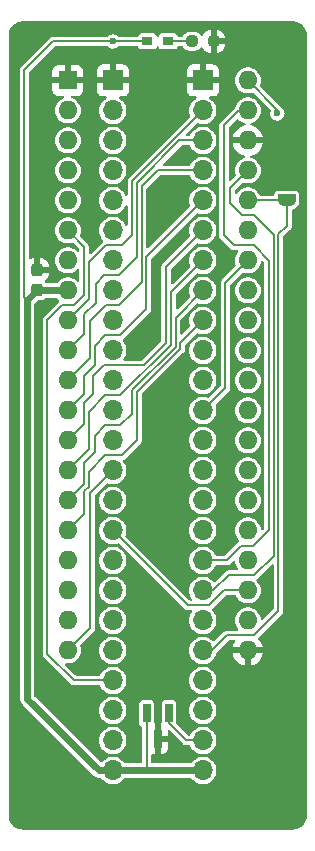
<source format=gbr>
G04 #@! TF.GenerationSoftware,KiCad,Pcbnew,8.0.4+dfsg-1*
G04 #@! TF.CreationDate,2025-02-23T14:42:36+09:00*
G04 #@! TF.ProjectId,bionic-mc6802,62696f6e-6963-42d6-9d63-363830322e6b,5*
G04 #@! TF.SameCoordinates,Original*
G04 #@! TF.FileFunction,Copper,L1,Top*
G04 #@! TF.FilePolarity,Positive*
%FSLAX46Y46*%
G04 Gerber Fmt 4.6, Leading zero omitted, Abs format (unit mm)*
G04 Created by KiCad (PCBNEW 8.0.4+dfsg-1) date 2025-02-23 14:42:36*
%MOMM*%
%LPD*%
G01*
G04 APERTURE LIST*
G04 Aperture macros list*
%AMRoundRect*
0 Rectangle with rounded corners*
0 $1 Rounding radius*
0 $2 $3 $4 $5 $6 $7 $8 $9 X,Y pos of 4 corners*
0 Add a 4 corners polygon primitive as box body*
4,1,4,$2,$3,$4,$5,$6,$7,$8,$9,$2,$3,0*
0 Add four circle primitives for the rounded corners*
1,1,$1+$1,$2,$3*
1,1,$1+$1,$4,$5*
1,1,$1+$1,$6,$7*
1,1,$1+$1,$8,$9*
0 Add four rect primitives between the rounded corners*
20,1,$1+$1,$2,$3,$4,$5,0*
20,1,$1+$1,$4,$5,$6,$7,0*
20,1,$1+$1,$6,$7,$8,$9,0*
20,1,$1+$1,$8,$9,$2,$3,0*%
%AMFreePoly0*
4,1,19,0.500000,-0.750000,0.000000,-0.750000,0.000000,-0.744911,-0.071157,-0.744911,-0.207708,-0.704816,-0.327430,-0.627875,-0.420627,-0.520320,-0.479746,-0.390866,-0.500000,-0.250000,-0.500000,0.250000,-0.479746,0.390866,-0.420627,0.520320,-0.327430,0.627875,-0.207708,0.704816,-0.071157,0.744911,0.000000,0.744911,0.000000,0.750000,0.500000,0.750000,0.500000,-0.750000,0.500000,-0.750000,
$1*%
%AMFreePoly1*
4,1,19,0.000000,0.744911,0.071157,0.744911,0.207708,0.704816,0.327430,0.627875,0.420627,0.520320,0.479746,0.390866,0.500000,0.250000,0.500000,-0.250000,0.479746,-0.390866,0.420627,-0.520320,0.327430,-0.627875,0.207708,-0.704816,0.071157,-0.744911,0.000000,-0.744911,0.000000,-0.750000,-0.500000,-0.750000,-0.500000,0.750000,0.000000,0.750000,0.000000,0.744911,0.000000,0.744911,
$1*%
G04 Aperture macros list end*
G04 #@! TA.AperFunction,SMDPad,CuDef*
%ADD10R,0.660400X1.625600*%
G04 #@! TD*
G04 #@! TA.AperFunction,ComponentPad*
%ADD11R,1.600000X1.600000*%
G04 #@! TD*
G04 #@! TA.AperFunction,ComponentPad*
%ADD12O,1.600000X1.600000*%
G04 #@! TD*
G04 #@! TA.AperFunction,SMDPad,CuDef*
%ADD13FreePoly0,90.000000*%
G04 #@! TD*
G04 #@! TA.AperFunction,SMDPad,CuDef*
%ADD14FreePoly1,90.000000*%
G04 #@! TD*
G04 #@! TA.AperFunction,ComponentPad*
%ADD15O,1.700000X1.700000*%
G04 #@! TD*
G04 #@! TA.AperFunction,ComponentPad*
%ADD16R,1.700000X1.700000*%
G04 #@! TD*
G04 #@! TA.AperFunction,SMDPad,CuDef*
%ADD17R,0.965200X0.762000*%
G04 #@! TD*
G04 #@! TA.AperFunction,SMDPad,CuDef*
%ADD18RoundRect,0.237500X0.237500X-0.300000X0.237500X0.300000X-0.237500X0.300000X-0.237500X-0.300000X0*%
G04 #@! TD*
G04 #@! TA.AperFunction,SMDPad,CuDef*
%ADD19RoundRect,0.237500X-0.250000X-0.237500X0.250000X-0.237500X0.250000X0.237500X-0.250000X0.237500X0*%
G04 #@! TD*
G04 #@! TA.AperFunction,ViaPad*
%ADD20C,0.600000*%
G04 #@! TD*
G04 #@! TA.AperFunction,Conductor*
%ADD21C,0.200000*%
G04 #@! TD*
G04 #@! TA.AperFunction,Conductor*
%ADD22C,0.600000*%
G04 #@! TD*
G04 #@! TA.AperFunction,Conductor*
%ADD23C,0.800000*%
G04 #@! TD*
G04 APERTURE END LIST*
D10*
X114650001Y-128674000D03*
X112749999Y-128674000D03*
X113700000Y-130806000D03*
D11*
X106080000Y-75080000D03*
D12*
X106080000Y-77620000D03*
X106080000Y-80160000D03*
X106080000Y-82700000D03*
X106080000Y-85240000D03*
X106080000Y-87780000D03*
X106080000Y-90320000D03*
X106080000Y-92860000D03*
X106080000Y-95400000D03*
X106080000Y-97940000D03*
X106080000Y-100480000D03*
X106080000Y-103020000D03*
X106080000Y-105560000D03*
X106080000Y-108100000D03*
X106080000Y-110640000D03*
X106080000Y-113180000D03*
X106080000Y-115720000D03*
X106080000Y-118260000D03*
X106080000Y-120800000D03*
X106080000Y-123340000D03*
X121320000Y-123340000D03*
X121320000Y-120800000D03*
X121320000Y-118260000D03*
X121320000Y-115720000D03*
X121320000Y-113180000D03*
X121320000Y-110640000D03*
X121320000Y-108100000D03*
X121320000Y-105560000D03*
X121320000Y-103020000D03*
X121320000Y-100480000D03*
X121320000Y-97940000D03*
X121320000Y-95400000D03*
X121320000Y-92860000D03*
X121320000Y-90320000D03*
X121320000Y-87780000D03*
X121320000Y-85240000D03*
X121320000Y-82700000D03*
X121320000Y-80160000D03*
X121320000Y-77620000D03*
X121320000Y-75080000D03*
D13*
X124622000Y-85240000D03*
D14*
X124622000Y-83940000D03*
D15*
X117510000Y-133500000D03*
X117510000Y-130960000D03*
X117510000Y-128420000D03*
X117510000Y-125880000D03*
X117510000Y-123340000D03*
X117510000Y-120800000D03*
X117510000Y-118260000D03*
X117510000Y-115720000D03*
X117510000Y-113180000D03*
X117510000Y-110640000D03*
X117510000Y-108100000D03*
X117510000Y-105560000D03*
X117510000Y-103020000D03*
X117510000Y-100480000D03*
X117510000Y-97940000D03*
X117510000Y-95400000D03*
X117510000Y-92860000D03*
X117510000Y-90320000D03*
X117510000Y-87780000D03*
X117510000Y-85240000D03*
X117510000Y-82700000D03*
X117510000Y-80160000D03*
X117510000Y-77620000D03*
D16*
X117510000Y-75080000D03*
X109890000Y-75080000D03*
D15*
X109890000Y-77620000D03*
X109890000Y-80160000D03*
X109890000Y-82700000D03*
X109890000Y-85240000D03*
X109890000Y-87780000D03*
X109890000Y-90320000D03*
X109890000Y-92860000D03*
X109890000Y-95400000D03*
X109890000Y-97940000D03*
X109890000Y-100480000D03*
X109890000Y-103020000D03*
X109890000Y-105560000D03*
X109890000Y-108100000D03*
X109890000Y-110640000D03*
X109890000Y-113180000D03*
X109890000Y-115720000D03*
X109890000Y-118260000D03*
X109890000Y-120800000D03*
X109890000Y-123340000D03*
X109890000Y-125880000D03*
X109890000Y-128420000D03*
X109890000Y-130960000D03*
X109890000Y-133500000D03*
D17*
X114576300Y-71778000D03*
X112823700Y-71778000D03*
D18*
X103489200Y-92860000D03*
X103489200Y-91135000D03*
D19*
X116597500Y-71778000D03*
X118422500Y-71778000D03*
D20*
X109890000Y-71778000D03*
X103413000Y-89304000D03*
X111922000Y-96670000D03*
X106080000Y-128420000D03*
X121574000Y-130960000D03*
X101635000Y-95908000D03*
X115478000Y-104036000D03*
X115097000Y-88923000D03*
X114081000Y-113815000D03*
X113700000Y-122578000D03*
X102397000Y-71397000D03*
X103540000Y-133119000D03*
X113700000Y-132357000D03*
X114335000Y-85875000D03*
X124241000Y-72286000D03*
X113446000Y-109624000D03*
X123825000Y-77874000D03*
D21*
X106080000Y-103020000D02*
X107477000Y-101623000D01*
X110525000Y-96670000D02*
X112741000Y-94454000D01*
X107477000Y-101623000D02*
X107477000Y-100099000D01*
X107477000Y-100099000D02*
X108366000Y-99210000D01*
X108366000Y-99210000D02*
X108366000Y-97559000D01*
X112741000Y-90009000D02*
X117510000Y-85240000D01*
X108366000Y-97559000D02*
X109255000Y-96670000D01*
X109255000Y-96670000D02*
X110525000Y-96670000D01*
X112741000Y-94454000D02*
X112741000Y-90009000D01*
D22*
X103487000Y-92860000D02*
X102651000Y-93696000D01*
D21*
X102397000Y-93442000D02*
X102397000Y-74191000D01*
X102397000Y-74191000D02*
X104810000Y-71778000D01*
X103540000Y-92843000D02*
X103540000Y-92706500D01*
D22*
X108687919Y-133500000D02*
X109890000Y-133500000D01*
D21*
X112749999Y-128674000D02*
X112749999Y-133438999D01*
D23*
X103489200Y-92860000D02*
X103487000Y-92860000D01*
D21*
X102651000Y-93696000D02*
X102397000Y-93442000D01*
D22*
X117510000Y-133500000D02*
X109890000Y-133500000D01*
X102651000Y-127463081D02*
X108687919Y-133500000D01*
X102651000Y-93696000D02*
X102651000Y-127463081D01*
D21*
X104810000Y-71778000D02*
X112823700Y-71778000D01*
X103557000Y-92860000D02*
X103540000Y-92843000D01*
D22*
X106080000Y-92860000D02*
X103489200Y-92860000D01*
D21*
X123825000Y-77874000D02*
X123825000Y-77585000D01*
X123825000Y-77585000D02*
X121320000Y-75080000D01*
X110525000Y-104290000D02*
X111522000Y-103293000D01*
X109255000Y-104290000D02*
X110525000Y-104290000D01*
X108366000Y-105179000D02*
X109255000Y-104290000D01*
X111522000Y-101318686D02*
X115205000Y-97635686D01*
X107477000Y-109243000D02*
X107477000Y-107465000D01*
X115205000Y-95165000D02*
X117510000Y-92860000D01*
X106080000Y-110640000D02*
X107477000Y-109243000D01*
X108366000Y-106576000D02*
X108366000Y-105179000D01*
X115205000Y-97635686D02*
X115205000Y-95165000D01*
X107477000Y-107465000D02*
X108366000Y-106576000D01*
X111522000Y-103293000D02*
X111522000Y-101318686D01*
X111922000Y-101484371D02*
X115605000Y-97801371D01*
X115605000Y-97305000D02*
X117510000Y-95400000D01*
X109255000Y-106830000D02*
X110652000Y-106830000D01*
X107877000Y-109478000D02*
X107877000Y-108208000D01*
X107477000Y-109878000D02*
X107877000Y-109478000D01*
X107877000Y-108208000D02*
X109255000Y-106830000D01*
X115605000Y-97801371D02*
X115605000Y-97305000D01*
X107477000Y-111783000D02*
X107477000Y-109878000D01*
X110652000Y-106830000D02*
X111922000Y-105560000D01*
X111922000Y-105560000D02*
X111922000Y-101484371D01*
X106080000Y-113180000D02*
X107477000Y-111783000D01*
X123498000Y-88180000D02*
X121828000Y-86510000D01*
X117510000Y-118260000D02*
X118399000Y-118260000D01*
X120812000Y-86510000D02*
X119796000Y-85494000D01*
X121847000Y-116971000D02*
X123498000Y-115320000D01*
X123498000Y-115320000D02*
X123498000Y-88180000D01*
X119796000Y-85494000D02*
X119796000Y-84224000D01*
X119796000Y-84224000D02*
X121320000Y-82700000D01*
X118399000Y-118260000D02*
X119688000Y-116971000D01*
X119688000Y-116971000D02*
X121847000Y-116971000D01*
X121828000Y-86510000D02*
X120812000Y-86510000D01*
X120748500Y-114513500D02*
X119542000Y-115720000D01*
X120177000Y-89050000D02*
X121809000Y-89050000D01*
X120558000Y-77620000D02*
X119288000Y-78890000D01*
X121764500Y-114513500D02*
X120748500Y-114513500D01*
X121809000Y-89050000D02*
X123098000Y-90339000D01*
X123098000Y-113180000D02*
X121764500Y-114513500D01*
X119288000Y-78890000D02*
X119288000Y-88161000D01*
X119288000Y-88161000D02*
X120177000Y-89050000D01*
X119542000Y-115720000D02*
X117510000Y-115720000D01*
X121320000Y-77620000D02*
X120558000Y-77620000D01*
X123098000Y-90339000D02*
X123098000Y-113180000D01*
X106080000Y-108100000D02*
X107877000Y-106303000D01*
X107877000Y-106303000D02*
X107877000Y-103128000D01*
X107877000Y-103128000D02*
X109255000Y-101750000D01*
X110525000Y-101750000D02*
X114805000Y-97470000D01*
X114805000Y-93025000D02*
X117510000Y-90320000D01*
X109255000Y-101750000D02*
X110525000Y-101750000D01*
X114805000Y-97470000D02*
X114805000Y-93025000D01*
X109128000Y-99210000D02*
X108239000Y-100099000D01*
X107477000Y-104163000D02*
X106080000Y-105560000D01*
X107477000Y-102385000D02*
X107477000Y-104163000D01*
X108239000Y-100099000D02*
X108239000Y-101623000D01*
X114405000Y-90885000D02*
X114405000Y-97304314D01*
X117510000Y-87780000D02*
X114405000Y-90885000D01*
X112499314Y-99210000D02*
X109128000Y-99210000D01*
X108239000Y-101623000D02*
X107477000Y-102385000D01*
X114405000Y-97304314D02*
X112499314Y-99210000D01*
X113700000Y-82700000D02*
X117510000Y-82700000D01*
X110398000Y-94130000D02*
X112341000Y-92187000D01*
X107966000Y-98594000D02*
X107966000Y-95482500D01*
X112341000Y-92187000D02*
X112341000Y-84059000D01*
X112341000Y-84059000D02*
X113700000Y-82700000D01*
X107966000Y-95482500D02*
X109318500Y-94130000D01*
X106080000Y-100480000D02*
X107966000Y-98594000D01*
X109318500Y-94130000D02*
X110398000Y-94130000D01*
X109128000Y-91590000D02*
X108429500Y-92288500D01*
X111941000Y-83754686D02*
X111941000Y-90047000D01*
X117510000Y-80160000D02*
X115535686Y-80160000D01*
X108429500Y-93939500D02*
X107477000Y-94892000D01*
X110398000Y-91590000D02*
X109128000Y-91590000D01*
X108429500Y-92288500D02*
X108429500Y-93939500D01*
X111941000Y-90047000D02*
X110398000Y-91590000D01*
X107477000Y-94892000D02*
X107477000Y-96543000D01*
X107477000Y-96543000D02*
X106080000Y-97940000D01*
X115535686Y-80160000D02*
X111941000Y-83754686D01*
X110652000Y-89050000D02*
X111541000Y-88161000D01*
X107858000Y-93622000D02*
X107858000Y-90485654D01*
X111541000Y-88161000D02*
X111541000Y-83589000D01*
X106080000Y-95400000D02*
X107858000Y-93622000D01*
X111541000Y-83589000D02*
X117510000Y-77620000D01*
X107858000Y-90485654D02*
X109293654Y-89050000D01*
X109293654Y-89050000D02*
X110652000Y-89050000D01*
X118018000Y-119530000D02*
X119288000Y-118260000D01*
X109890000Y-113180000D02*
X116240000Y-119530000D01*
X116240000Y-119530000D02*
X118018000Y-119530000D01*
X119288000Y-118260000D02*
X121320000Y-118260000D01*
X121320000Y-90320000D02*
X119415000Y-92225000D01*
X119415000Y-92225000D02*
X119415000Y-101115000D01*
X119415000Y-101115000D02*
X117510000Y-103020000D01*
X116597500Y-71778000D02*
X114576300Y-71778000D01*
X107985000Y-121435000D02*
X106080000Y-123340000D01*
X109890000Y-108100000D02*
X107985000Y-110005000D01*
X107985000Y-110005000D02*
X107985000Y-121435000D01*
X107458000Y-93260000D02*
X107458000Y-89158000D01*
X106588000Y-125880000D02*
X104352800Y-123644800D01*
X104352800Y-123644800D02*
X104352800Y-95349200D01*
X109890000Y-125880000D02*
X106588000Y-125880000D01*
X105572000Y-94130000D02*
X106588000Y-94130000D01*
X107458000Y-89158000D02*
X106080000Y-87780000D01*
X106588000Y-94130000D02*
X107458000Y-93260000D01*
X104352800Y-95349200D02*
X105572000Y-94130000D01*
X116113000Y-130960000D02*
X117510000Y-130960000D01*
X114650001Y-129497001D02*
X116113000Y-130960000D01*
X114650001Y-129082000D02*
X114650001Y-129497001D01*
X124622000Y-85240000D02*
X124622000Y-87399000D01*
X121828000Y-122070000D02*
X119542000Y-122070000D01*
X118272000Y-123340000D02*
X117510000Y-123340000D01*
X119542000Y-122070000D02*
X118272000Y-123340000D01*
X123898000Y-120000000D02*
X121828000Y-122070000D01*
X121320000Y-85240000D02*
X125130000Y-85240000D01*
X124622000Y-87399000D02*
X123898000Y-88123000D01*
X123898000Y-88123000D02*
X123898000Y-120000000D01*
G04 #@! TA.AperFunction,Conductor*
G36*
X120486778Y-78354356D02*
G01*
X120508528Y-78369403D01*
X120653959Y-78501981D01*
X120827363Y-78609348D01*
X121017544Y-78683024D01*
X121055418Y-78690103D01*
X121109141Y-78719380D01*
X121135398Y-78774645D01*
X121124156Y-78834789D01*
X121079709Y-78876838D01*
X121062848Y-78883044D01*
X120873676Y-78933733D01*
X120667518Y-79029865D01*
X120481188Y-79160334D01*
X120320334Y-79321188D01*
X120189865Y-79507518D01*
X120093733Y-79713676D01*
X120041128Y-79910000D01*
X121004314Y-79910000D01*
X120999920Y-79914394D01*
X120947259Y-80005606D01*
X120920000Y-80107339D01*
X120920000Y-80212661D01*
X120947259Y-80314394D01*
X120999920Y-80405606D01*
X121004314Y-80410000D01*
X120041128Y-80410000D01*
X120093733Y-80606323D01*
X120189865Y-80812481D01*
X120320334Y-80998811D01*
X120481188Y-81159665D01*
X120667518Y-81290134D01*
X120873675Y-81386266D01*
X121062848Y-81436955D01*
X121114162Y-81470279D01*
X121136089Y-81527401D01*
X121120254Y-81586501D01*
X121072704Y-81625006D01*
X121055417Y-81629896D01*
X121017545Y-81636975D01*
X120943393Y-81665702D01*
X120827363Y-81710652D01*
X120718676Y-81777948D01*
X120653959Y-81818019D01*
X120503237Y-81955420D01*
X120380328Y-82118177D01*
X120380323Y-82118186D01*
X120298450Y-82282611D01*
X120289418Y-82300750D01*
X120233603Y-82496917D01*
X120214785Y-82700000D01*
X120233603Y-82903083D01*
X120236229Y-82912311D01*
X120287880Y-83093845D01*
X120285619Y-83154989D01*
X120262663Y-83190941D01*
X119857504Y-83596101D01*
X119802987Y-83623879D01*
X119742555Y-83614308D01*
X119699290Y-83571043D01*
X119688500Y-83526098D01*
X119688500Y-79096900D01*
X119707407Y-79038709D01*
X119717490Y-79026902D01*
X120371831Y-78372560D01*
X120426346Y-78344785D01*
X120486778Y-78354356D01*
G37*
G04 #@! TD.AperFunction*
G04 #@! TA.AperFunction,Conductor*
G36*
X125133875Y-70075805D02*
G01*
X125309097Y-70089594D01*
X125324430Y-70092023D01*
X125491550Y-70132145D01*
X125506317Y-70136943D01*
X125665104Y-70202715D01*
X125678926Y-70209758D01*
X125825469Y-70299560D01*
X125838032Y-70308688D01*
X125968717Y-70420303D01*
X125979699Y-70431285D01*
X126091311Y-70561967D01*
X126100440Y-70574532D01*
X126190238Y-70721068D01*
X126197287Y-70734902D01*
X126263054Y-70893678D01*
X126267855Y-70908453D01*
X126307975Y-71075564D01*
X126310405Y-71090907D01*
X126318437Y-71192956D01*
X126323198Y-71253462D01*
X126324195Y-71266123D01*
X126324500Y-71273891D01*
X126324500Y-137306108D01*
X126324195Y-137313876D01*
X126310405Y-137489092D01*
X126307975Y-137504435D01*
X126267855Y-137671546D01*
X126263054Y-137686321D01*
X126197287Y-137845097D01*
X126190234Y-137858939D01*
X126100442Y-138005465D01*
X126091311Y-138018032D01*
X125979699Y-138148714D01*
X125968714Y-138159699D01*
X125838032Y-138271311D01*
X125825465Y-138280442D01*
X125678939Y-138370234D01*
X125665097Y-138377287D01*
X125506321Y-138443054D01*
X125491546Y-138447855D01*
X125324435Y-138487975D01*
X125309092Y-138490405D01*
X125149743Y-138502946D01*
X125133874Y-138504195D01*
X125126108Y-138504500D01*
X102273892Y-138504500D01*
X102266125Y-138504195D01*
X102247014Y-138502691D01*
X102090907Y-138490405D01*
X102075564Y-138487975D01*
X101908453Y-138447855D01*
X101893678Y-138443054D01*
X101734902Y-138377287D01*
X101721068Y-138370238D01*
X101574532Y-138280440D01*
X101561967Y-138271311D01*
X101462706Y-138186535D01*
X101431282Y-138159696D01*
X101420303Y-138148717D01*
X101308688Y-138018032D01*
X101299560Y-138005469D01*
X101209758Y-137858926D01*
X101202715Y-137845104D01*
X101136943Y-137686317D01*
X101132144Y-137671546D01*
X101092024Y-137504435D01*
X101089594Y-137489097D01*
X101075805Y-137313875D01*
X101075500Y-137306108D01*
X101075500Y-74138273D01*
X101996500Y-74138273D01*
X101996500Y-93389273D01*
X101996500Y-93494727D01*
X102009703Y-93544002D01*
X102023794Y-93596591D01*
X102037234Y-93619868D01*
X102050499Y-93669370D01*
X102050499Y-93783031D01*
X102050500Y-93783044D01*
X102050500Y-127377944D01*
X102050499Y-127377962D01*
X102050499Y-127384024D01*
X102050499Y-127542138D01*
X102091423Y-127694866D01*
X102100510Y-127710604D01*
X102100511Y-127710608D01*
X102161555Y-127816339D01*
X102170480Y-127831797D01*
X102282284Y-127943601D01*
X102282286Y-127943602D01*
X108319203Y-133980520D01*
X108456135Y-134059577D01*
X108456137Y-134059577D01*
X108456138Y-134059578D01*
X108532498Y-134080039D01*
X108608859Y-134100500D01*
X108608861Y-134100501D01*
X108608862Y-134100501D01*
X108773040Y-134100501D01*
X108773056Y-134100500D01*
X108852482Y-134100500D01*
X108910673Y-134119407D01*
X108931483Y-134139836D01*
X109036128Y-134278407D01*
X109036135Y-134278413D01*
X109193692Y-134422047D01*
X109193699Y-134422053D01*
X109297389Y-134486255D01*
X109374981Y-134534298D01*
X109573802Y-134611321D01*
X109783390Y-134650500D01*
X109996610Y-134650500D01*
X110206198Y-134611321D01*
X110405019Y-134534298D01*
X110586302Y-134422052D01*
X110743872Y-134278407D01*
X110848515Y-134139838D01*
X110898671Y-134104796D01*
X110927518Y-134100500D01*
X116472482Y-134100500D01*
X116530673Y-134119407D01*
X116551483Y-134139836D01*
X116656128Y-134278407D01*
X116656135Y-134278413D01*
X116813692Y-134422047D01*
X116813699Y-134422053D01*
X116917389Y-134486255D01*
X116994981Y-134534298D01*
X117193802Y-134611321D01*
X117403390Y-134650500D01*
X117616610Y-134650500D01*
X117826198Y-134611321D01*
X118025019Y-134534298D01*
X118206302Y-134422052D01*
X118363872Y-134278407D01*
X118492366Y-134108255D01*
X118587405Y-133917389D01*
X118645756Y-133712310D01*
X118665429Y-133500000D01*
X118645756Y-133287690D01*
X118587405Y-133082611D01*
X118492366Y-132891745D01*
X118363872Y-132721593D01*
X118309623Y-132672139D01*
X118206307Y-132577952D01*
X118206300Y-132577946D01*
X118025024Y-132465705D01*
X118025019Y-132465702D01*
X117826195Y-132388678D01*
X117616610Y-132349500D01*
X117403390Y-132349500D01*
X117193804Y-132388678D01*
X116994980Y-132465702D01*
X116994975Y-132465705D01*
X116813699Y-132577946D01*
X116813692Y-132577952D01*
X116656135Y-132721586D01*
X116656131Y-132721589D01*
X116656128Y-132721593D01*
X116551484Y-132860161D01*
X116501329Y-132895204D01*
X116472482Y-132899500D01*
X113249499Y-132899500D01*
X113191308Y-132880593D01*
X113155344Y-132831093D01*
X113150499Y-132800500D01*
X113150499Y-132210579D01*
X113169406Y-132152388D01*
X113218906Y-132116424D01*
X113260081Y-132112146D01*
X113321976Y-132118800D01*
X113449999Y-132118800D01*
X113450000Y-132118799D01*
X113450000Y-131056001D01*
X113950000Y-131056001D01*
X113950000Y-132118799D01*
X113950001Y-132118800D01*
X114078024Y-132118800D01*
X114137570Y-132112398D01*
X114137581Y-132112396D01*
X114272288Y-132062153D01*
X114272290Y-132062152D01*
X114387384Y-131975992D01*
X114387392Y-131975984D01*
X114473552Y-131860890D01*
X114473553Y-131860888D01*
X114523796Y-131726181D01*
X114523798Y-131726170D01*
X114530200Y-131666624D01*
X114530200Y-131056001D01*
X114530199Y-131056000D01*
X113950001Y-131056000D01*
X113950000Y-131056001D01*
X113450000Y-131056001D01*
X113450000Y-129493201D01*
X113950000Y-129493201D01*
X113950000Y-130555999D01*
X113950001Y-130556000D01*
X114530199Y-130556000D01*
X114530200Y-130555999D01*
X114530200Y-130182600D01*
X114549107Y-130124409D01*
X114598607Y-130088445D01*
X114659793Y-130088445D01*
X114699201Y-130112594D01*
X115867087Y-131280480D01*
X115867089Y-131280481D01*
X115867091Y-131280483D01*
X115958408Y-131333205D01*
X115958406Y-131333205D01*
X115958410Y-131333206D01*
X115958412Y-131333207D01*
X116060273Y-131360500D01*
X116165727Y-131360500D01*
X116362887Y-131360500D01*
X116421078Y-131379407D01*
X116451508Y-131415372D01*
X116527634Y-131568255D01*
X116656128Y-131738407D01*
X116656135Y-131738413D01*
X116813692Y-131882047D01*
X116813699Y-131882053D01*
X116917389Y-131946255D01*
X116994981Y-131994298D01*
X117193802Y-132071321D01*
X117403390Y-132110500D01*
X117616610Y-132110500D01*
X117826198Y-132071321D01*
X118025019Y-131994298D01*
X118206302Y-131882052D01*
X118363872Y-131738407D01*
X118492366Y-131568255D01*
X118587405Y-131377389D01*
X118645756Y-131172310D01*
X118665429Y-130960000D01*
X118645756Y-130747690D01*
X118587405Y-130542611D01*
X118492366Y-130351745D01*
X118363872Y-130181593D01*
X118301145Y-130124409D01*
X118206307Y-130037952D01*
X118206300Y-130037946D01*
X118025024Y-129925705D01*
X118025019Y-129925702D01*
X117826198Y-129848679D01*
X117826197Y-129848678D01*
X117826195Y-129848678D01*
X117616610Y-129809500D01*
X117403390Y-129809500D01*
X117193804Y-129848678D01*
X116994980Y-129925702D01*
X116994975Y-129925705D01*
X116813699Y-130037946D01*
X116813692Y-130037952D01*
X116656135Y-130181586D01*
X116656131Y-130181589D01*
X116656128Y-130181593D01*
X116656125Y-130181597D01*
X116527635Y-130351743D01*
X116527630Y-130351752D01*
X116451508Y-130504628D01*
X116408646Y-130548290D01*
X116362887Y-130559500D01*
X116319901Y-130559500D01*
X116261710Y-130540593D01*
X116249897Y-130530504D01*
X115309696Y-129590303D01*
X115281919Y-129535786D01*
X115280700Y-129520311D01*
X115280700Y-128420000D01*
X116354571Y-128420000D01*
X116374244Y-128632310D01*
X116432595Y-128837389D01*
X116527634Y-129028255D01*
X116656128Y-129198407D01*
X116656135Y-129198413D01*
X116813692Y-129342047D01*
X116813699Y-129342053D01*
X116897920Y-129394200D01*
X116994981Y-129454298D01*
X117193802Y-129531321D01*
X117403390Y-129570500D01*
X117616610Y-129570500D01*
X117826198Y-129531321D01*
X118025019Y-129454298D01*
X118206302Y-129342052D01*
X118363872Y-129198407D01*
X118492366Y-129028255D01*
X118587405Y-128837389D01*
X118645756Y-128632310D01*
X118665429Y-128420000D01*
X118645756Y-128207690D01*
X118587405Y-128002611D01*
X118492366Y-127811745D01*
X118363872Y-127641593D01*
X118278334Y-127563614D01*
X118206307Y-127497952D01*
X118206300Y-127497946D01*
X118025024Y-127385705D01*
X118025019Y-127385702D01*
X117826195Y-127308678D01*
X117616610Y-127269500D01*
X117403390Y-127269500D01*
X117193804Y-127308678D01*
X116994980Y-127385702D01*
X116994975Y-127385705D01*
X116813699Y-127497946D01*
X116813692Y-127497952D01*
X116656135Y-127641586D01*
X116656131Y-127641589D01*
X116656128Y-127641593D01*
X116656125Y-127641597D01*
X116527635Y-127811743D01*
X116527630Y-127811752D01*
X116432596Y-128002608D01*
X116374244Y-128207688D01*
X116374244Y-128207690D01*
X116354571Y-128420000D01*
X115280700Y-128420000D01*
X115280700Y-127816336D01*
X115277786Y-127791209D01*
X115232407Y-127688435D01*
X115152966Y-127608994D01*
X115050192Y-127563615D01*
X115050191Y-127563614D01*
X115050189Y-127563614D01*
X115025069Y-127560700D01*
X114274940Y-127560700D01*
X114274937Y-127560701D01*
X114249810Y-127563614D01*
X114147036Y-127608994D01*
X114067595Y-127688435D01*
X114022215Y-127791211D01*
X114019301Y-127816330D01*
X114019301Y-127816332D01*
X114019301Y-127816335D01*
X114019301Y-128632311D01*
X114019302Y-129394200D01*
X114000395Y-129452391D01*
X113965343Y-129477857D01*
X113950000Y-129493201D01*
X113450000Y-129493201D01*
X113435704Y-129478905D01*
X113421508Y-129474293D01*
X113385544Y-129424793D01*
X113380699Y-129394200D01*
X113380698Y-127816339D01*
X113380698Y-127816336D01*
X113377784Y-127791209D01*
X113332405Y-127688435D01*
X113252964Y-127608994D01*
X113150190Y-127563615D01*
X113150189Y-127563614D01*
X113150187Y-127563614D01*
X113125067Y-127560700D01*
X112374938Y-127560700D01*
X112374935Y-127560701D01*
X112349808Y-127563614D01*
X112247034Y-127608994D01*
X112167593Y-127688435D01*
X112122213Y-127791211D01*
X112119299Y-127816330D01*
X112119299Y-129531660D01*
X112119300Y-129531663D01*
X112122213Y-129556790D01*
X112128267Y-129570500D01*
X112167593Y-129659565D01*
X112247034Y-129739006D01*
X112290487Y-129758192D01*
X112336082Y-129798991D01*
X112349499Y-129848756D01*
X112349499Y-132800500D01*
X112330592Y-132858691D01*
X112281092Y-132894655D01*
X112250499Y-132899500D01*
X110927518Y-132899500D01*
X110869327Y-132880593D01*
X110848516Y-132860163D01*
X110743872Y-132721593D01*
X110689623Y-132672139D01*
X110586307Y-132577952D01*
X110586300Y-132577946D01*
X110405024Y-132465705D01*
X110405019Y-132465702D01*
X110206195Y-132388678D01*
X109996610Y-132349500D01*
X109783390Y-132349500D01*
X109573804Y-132388678D01*
X109374980Y-132465702D01*
X109374975Y-132465705D01*
X109193699Y-132577946D01*
X109193692Y-132577952D01*
X109036135Y-132721586D01*
X109036131Y-132721589D01*
X109036128Y-132721593D01*
X109036125Y-132721596D01*
X109036123Y-132721599D01*
X108985344Y-132788840D01*
X108935187Y-132823882D01*
X108874012Y-132822751D01*
X108836337Y-132799182D01*
X106997155Y-130960000D01*
X108734571Y-130960000D01*
X108743466Y-131056000D01*
X108754244Y-131172310D01*
X108812595Y-131377389D01*
X108907634Y-131568255D01*
X109036128Y-131738407D01*
X109036135Y-131738413D01*
X109193692Y-131882047D01*
X109193699Y-131882053D01*
X109297389Y-131946255D01*
X109374981Y-131994298D01*
X109573802Y-132071321D01*
X109783390Y-132110500D01*
X109996610Y-132110500D01*
X110206198Y-132071321D01*
X110405019Y-131994298D01*
X110586302Y-131882052D01*
X110743872Y-131738407D01*
X110872366Y-131568255D01*
X110967405Y-131377389D01*
X111025756Y-131172310D01*
X111045429Y-130960000D01*
X111025756Y-130747690D01*
X110967405Y-130542611D01*
X110872366Y-130351745D01*
X110743872Y-130181593D01*
X110681145Y-130124409D01*
X110586307Y-130037952D01*
X110586300Y-130037946D01*
X110405024Y-129925705D01*
X110405019Y-129925702D01*
X110206198Y-129848679D01*
X110206197Y-129848678D01*
X110206195Y-129848678D01*
X109996610Y-129809500D01*
X109783390Y-129809500D01*
X109573804Y-129848678D01*
X109374980Y-129925702D01*
X109374975Y-129925705D01*
X109193699Y-130037946D01*
X109193692Y-130037952D01*
X109036135Y-130181586D01*
X109036131Y-130181589D01*
X109036128Y-130181593D01*
X109036125Y-130181597D01*
X108907635Y-130351743D01*
X108907630Y-130351752D01*
X108812596Y-130542608D01*
X108812595Y-130542611D01*
X108807790Y-130559500D01*
X108754244Y-130747688D01*
X108734571Y-130960000D01*
X106997155Y-130960000D01*
X104457155Y-128420000D01*
X108734571Y-128420000D01*
X108754244Y-128632310D01*
X108812595Y-128837389D01*
X108907634Y-129028255D01*
X109036128Y-129198407D01*
X109036135Y-129198413D01*
X109193692Y-129342047D01*
X109193699Y-129342053D01*
X109277920Y-129394200D01*
X109374981Y-129454298D01*
X109573802Y-129531321D01*
X109783390Y-129570500D01*
X109996610Y-129570500D01*
X110206198Y-129531321D01*
X110405019Y-129454298D01*
X110586302Y-129342052D01*
X110743872Y-129198407D01*
X110872366Y-129028255D01*
X110967405Y-128837389D01*
X111025756Y-128632310D01*
X111045429Y-128420000D01*
X111025756Y-128207690D01*
X110967405Y-128002611D01*
X110872366Y-127811745D01*
X110743872Y-127641593D01*
X110658334Y-127563614D01*
X110586307Y-127497952D01*
X110586300Y-127497946D01*
X110405024Y-127385705D01*
X110405019Y-127385702D01*
X110206195Y-127308678D01*
X109996610Y-127269500D01*
X109783390Y-127269500D01*
X109573804Y-127308678D01*
X109374980Y-127385702D01*
X109374975Y-127385705D01*
X109193699Y-127497946D01*
X109193692Y-127497952D01*
X109036135Y-127641586D01*
X109036131Y-127641589D01*
X109036128Y-127641593D01*
X109036125Y-127641597D01*
X108907635Y-127811743D01*
X108907630Y-127811752D01*
X108812596Y-128002608D01*
X108754244Y-128207688D01*
X108754244Y-128207690D01*
X108734571Y-128420000D01*
X104457155Y-128420000D01*
X103280496Y-127243341D01*
X103252719Y-127188824D01*
X103251500Y-127173337D01*
X103251500Y-93985742D01*
X103270407Y-93927551D01*
X103280497Y-93915738D01*
X103469240Y-93726996D01*
X103523756Y-93699219D01*
X103539243Y-93698000D01*
X103768816Y-93698000D01*
X103768818Y-93698000D01*
X103855277Y-93687617D01*
X103992858Y-93633362D01*
X104110700Y-93544000D01*
X104144308Y-93499680D01*
X104194535Y-93464738D01*
X104223192Y-93460500D01*
X105105137Y-93460500D01*
X105163328Y-93479407D01*
X105184138Y-93499836D01*
X105263236Y-93604579D01*
X105326701Y-93662435D01*
X105356966Y-93715608D01*
X105350195Y-93776418D01*
X105330008Y-93805599D01*
X104032316Y-95103291D01*
X103979594Y-95194607D01*
X103979593Y-95194612D01*
X103960678Y-95265207D01*
X103952300Y-95296473D01*
X103952300Y-123592073D01*
X103952300Y-123697527D01*
X103968340Y-123757389D01*
X103979594Y-123799392D01*
X104032316Y-123890708D01*
X104032318Y-123890710D01*
X104032320Y-123890713D01*
X106342087Y-126200480D01*
X106342089Y-126200481D01*
X106342091Y-126200483D01*
X106433408Y-126253205D01*
X106433406Y-126253205D01*
X106433410Y-126253206D01*
X106433412Y-126253207D01*
X106535273Y-126280500D01*
X108742887Y-126280500D01*
X108801078Y-126299407D01*
X108831508Y-126335372D01*
X108907634Y-126488255D01*
X109036128Y-126658407D01*
X109036135Y-126658413D01*
X109193692Y-126802047D01*
X109193699Y-126802053D01*
X109297389Y-126866255D01*
X109374981Y-126914298D01*
X109573802Y-126991321D01*
X109783390Y-127030500D01*
X109996610Y-127030500D01*
X110206198Y-126991321D01*
X110405019Y-126914298D01*
X110586302Y-126802052D01*
X110743872Y-126658407D01*
X110872366Y-126488255D01*
X110967405Y-126297389D01*
X111025756Y-126092310D01*
X111045429Y-125880000D01*
X116354571Y-125880000D01*
X116374244Y-126092310D01*
X116432595Y-126297389D01*
X116527634Y-126488255D01*
X116656128Y-126658407D01*
X116656135Y-126658413D01*
X116813692Y-126802047D01*
X116813699Y-126802053D01*
X116917389Y-126866255D01*
X116994981Y-126914298D01*
X117193802Y-126991321D01*
X117403390Y-127030500D01*
X117616610Y-127030500D01*
X117826198Y-126991321D01*
X118025019Y-126914298D01*
X118206302Y-126802052D01*
X118363872Y-126658407D01*
X118492366Y-126488255D01*
X118587405Y-126297389D01*
X118645756Y-126092310D01*
X118665429Y-125880000D01*
X118645756Y-125667690D01*
X118587405Y-125462611D01*
X118492366Y-125271745D01*
X118363872Y-125101593D01*
X118309623Y-125052139D01*
X118206307Y-124957952D01*
X118206300Y-124957946D01*
X118025024Y-124845705D01*
X118025019Y-124845702D01*
X117826195Y-124768678D01*
X117616610Y-124729500D01*
X117403390Y-124729500D01*
X117193804Y-124768678D01*
X116994980Y-124845702D01*
X116994975Y-124845705D01*
X116813699Y-124957946D01*
X116813692Y-124957952D01*
X116656135Y-125101586D01*
X116656131Y-125101589D01*
X116656128Y-125101593D01*
X116656125Y-125101597D01*
X116527635Y-125271743D01*
X116527630Y-125271752D01*
X116432596Y-125462608D01*
X116374244Y-125667688D01*
X116374244Y-125667690D01*
X116354571Y-125880000D01*
X111045429Y-125880000D01*
X111025756Y-125667690D01*
X110967405Y-125462611D01*
X110872366Y-125271745D01*
X110743872Y-125101593D01*
X110689623Y-125052139D01*
X110586307Y-124957952D01*
X110586300Y-124957946D01*
X110405024Y-124845705D01*
X110405019Y-124845702D01*
X110206195Y-124768678D01*
X109996610Y-124729500D01*
X109783390Y-124729500D01*
X109573804Y-124768678D01*
X109374980Y-124845702D01*
X109374975Y-124845705D01*
X109193699Y-124957946D01*
X109193692Y-124957952D01*
X109036135Y-125101586D01*
X109036131Y-125101589D01*
X109036128Y-125101593D01*
X109036125Y-125101597D01*
X108907635Y-125271743D01*
X108907630Y-125271752D01*
X108831508Y-125424628D01*
X108788646Y-125468290D01*
X108742887Y-125479500D01*
X106794901Y-125479500D01*
X106736710Y-125460593D01*
X106724897Y-125450504D01*
X105880459Y-124606066D01*
X105852682Y-124551549D01*
X105862253Y-124491117D01*
X105905518Y-124447852D01*
X105965950Y-124438281D01*
X105968586Y-124438735D01*
X105978024Y-124440500D01*
X105978028Y-124440500D01*
X106181976Y-124440500D01*
X106382456Y-124403024D01*
X106572637Y-124329348D01*
X106746041Y-124221981D01*
X106896764Y-124084579D01*
X107019673Y-123921821D01*
X107110582Y-123739250D01*
X107166397Y-123543083D01*
X107185215Y-123340000D01*
X108734571Y-123340000D01*
X108745077Y-123453386D01*
X108754244Y-123552310D01*
X108812595Y-123757389D01*
X108907634Y-123948255D01*
X109036128Y-124118407D01*
X109036135Y-124118413D01*
X109193692Y-124262047D01*
X109193699Y-124262053D01*
X109297389Y-124326255D01*
X109374981Y-124374298D01*
X109573802Y-124451321D01*
X109783390Y-124490500D01*
X109996610Y-124490500D01*
X110206198Y-124451321D01*
X110405019Y-124374298D01*
X110586302Y-124262052D01*
X110743872Y-124118407D01*
X110872366Y-123948255D01*
X110967405Y-123757389D01*
X111025756Y-123552310D01*
X111045429Y-123340000D01*
X111025756Y-123127690D01*
X110967405Y-122922611D01*
X110872366Y-122731745D01*
X110743872Y-122561593D01*
X110645286Y-122471719D01*
X110586307Y-122417952D01*
X110586300Y-122417946D01*
X110405024Y-122305705D01*
X110405019Y-122305702D01*
X110333542Y-122278012D01*
X110206198Y-122228679D01*
X110206197Y-122228678D01*
X110206195Y-122228678D01*
X109996610Y-122189500D01*
X109783390Y-122189500D01*
X109573804Y-122228678D01*
X109374980Y-122305702D01*
X109374975Y-122305705D01*
X109193699Y-122417946D01*
X109193692Y-122417952D01*
X109036135Y-122561586D01*
X109036131Y-122561589D01*
X109036128Y-122561593D01*
X109036125Y-122561597D01*
X108907635Y-122731743D01*
X108907630Y-122731752D01*
X108812596Y-122922608D01*
X108754244Y-123127688D01*
X108734571Y-123340000D01*
X107185215Y-123340000D01*
X107166397Y-123136917D01*
X107112118Y-122946148D01*
X107114379Y-122885010D01*
X107137333Y-122849058D01*
X108305480Y-121680913D01*
X108358207Y-121589588D01*
X108385500Y-121487727D01*
X108385500Y-121382273D01*
X108385500Y-120800000D01*
X108734571Y-120800000D01*
X108754244Y-121012310D01*
X108812595Y-121217389D01*
X108907634Y-121408255D01*
X109036128Y-121578407D01*
X109089652Y-121627201D01*
X109193692Y-121722047D01*
X109193699Y-121722053D01*
X109238060Y-121749520D01*
X109374981Y-121834298D01*
X109573802Y-121911321D01*
X109783390Y-121950500D01*
X109996610Y-121950500D01*
X110206198Y-121911321D01*
X110405019Y-121834298D01*
X110586302Y-121722052D01*
X110743872Y-121578407D01*
X110872366Y-121408255D01*
X110967405Y-121217389D01*
X111025756Y-121012310D01*
X111045429Y-120800000D01*
X111025756Y-120587690D01*
X110967405Y-120382611D01*
X110872366Y-120191745D01*
X110743872Y-120021593D01*
X110664688Y-119949407D01*
X110586307Y-119877952D01*
X110586300Y-119877946D01*
X110405024Y-119765705D01*
X110405019Y-119765702D01*
X110206195Y-119688678D01*
X109996610Y-119649500D01*
X109783390Y-119649500D01*
X109573804Y-119688678D01*
X109374980Y-119765702D01*
X109374975Y-119765705D01*
X109193699Y-119877946D01*
X109193692Y-119877952D01*
X109036135Y-120021586D01*
X109036131Y-120021589D01*
X109036128Y-120021593D01*
X109036125Y-120021597D01*
X108907635Y-120191743D01*
X108907630Y-120191752D01*
X108812596Y-120382608D01*
X108754244Y-120587688D01*
X108754244Y-120587690D01*
X108734571Y-120800000D01*
X108385500Y-120800000D01*
X108385500Y-118260000D01*
X108734571Y-118260000D01*
X108754244Y-118472310D01*
X108812595Y-118677389D01*
X108907634Y-118868255D01*
X109036128Y-119038407D01*
X109036135Y-119038413D01*
X109193692Y-119182047D01*
X109193699Y-119182053D01*
X109297389Y-119246255D01*
X109374981Y-119294298D01*
X109573802Y-119371321D01*
X109783390Y-119410500D01*
X109996610Y-119410500D01*
X110206198Y-119371321D01*
X110405019Y-119294298D01*
X110586302Y-119182052D01*
X110743872Y-119038407D01*
X110872366Y-118868255D01*
X110967405Y-118677389D01*
X111025756Y-118472310D01*
X111045429Y-118260000D01*
X111025756Y-118047690D01*
X110967405Y-117842611D01*
X110872366Y-117651745D01*
X110743872Y-117481593D01*
X110655296Y-117400845D01*
X110586307Y-117337952D01*
X110586300Y-117337946D01*
X110405024Y-117225705D01*
X110405019Y-117225702D01*
X110206195Y-117148678D01*
X109996610Y-117109500D01*
X109783390Y-117109500D01*
X109573804Y-117148678D01*
X109374980Y-117225702D01*
X109374975Y-117225705D01*
X109193699Y-117337946D01*
X109193692Y-117337952D01*
X109036135Y-117481586D01*
X109036131Y-117481589D01*
X109036128Y-117481593D01*
X109036125Y-117481597D01*
X108907635Y-117651743D01*
X108907630Y-117651752D01*
X108812596Y-117842608D01*
X108754244Y-118047688D01*
X108754244Y-118047690D01*
X108734571Y-118260000D01*
X108385500Y-118260000D01*
X108385500Y-115720000D01*
X108734571Y-115720000D01*
X108739366Y-115771753D01*
X108754244Y-115932310D01*
X108812595Y-116137389D01*
X108907634Y-116328255D01*
X109036128Y-116498407D01*
X109036135Y-116498413D01*
X109193692Y-116642047D01*
X109193699Y-116642053D01*
X109207374Y-116650520D01*
X109374981Y-116754298D01*
X109573802Y-116831321D01*
X109783390Y-116870500D01*
X109996610Y-116870500D01*
X110206198Y-116831321D01*
X110405019Y-116754298D01*
X110586302Y-116642052D01*
X110743872Y-116498407D01*
X110872366Y-116328255D01*
X110967405Y-116137389D01*
X111025756Y-115932310D01*
X111045429Y-115720000D01*
X111025756Y-115507690D01*
X110967405Y-115302611D01*
X110872366Y-115111745D01*
X110743872Y-114941593D01*
X110636995Y-114844161D01*
X110586307Y-114797952D01*
X110586300Y-114797946D01*
X110405024Y-114685705D01*
X110405019Y-114685702D01*
X110206195Y-114608678D01*
X109996610Y-114569500D01*
X109783390Y-114569500D01*
X109573804Y-114608678D01*
X109374980Y-114685702D01*
X109374975Y-114685705D01*
X109193699Y-114797946D01*
X109193692Y-114797952D01*
X109036135Y-114941586D01*
X109036131Y-114941589D01*
X109036128Y-114941593D01*
X109036125Y-114941597D01*
X108907635Y-115111743D01*
X108907630Y-115111752D01*
X108812596Y-115302608D01*
X108812595Y-115302611D01*
X108807790Y-115319500D01*
X108754244Y-115507688D01*
X108734571Y-115720000D01*
X108385500Y-115720000D01*
X108385500Y-113180000D01*
X108734571Y-113180000D01*
X108754244Y-113392310D01*
X108812595Y-113597389D01*
X108907634Y-113788255D01*
X109036128Y-113958407D01*
X109036135Y-113958413D01*
X109193692Y-114102047D01*
X109193699Y-114102053D01*
X109255459Y-114140293D01*
X109374981Y-114214298D01*
X109573802Y-114291321D01*
X109783390Y-114330500D01*
X109996610Y-114330500D01*
X110206198Y-114291321D01*
X110310908Y-114250755D01*
X110371998Y-114247366D01*
X110416674Y-114273067D01*
X115994087Y-119850480D01*
X115994089Y-119850481D01*
X115994090Y-119850482D01*
X115994091Y-119850483D01*
X116085408Y-119903205D01*
X116085406Y-119903205D01*
X116085410Y-119903206D01*
X116085412Y-119903207D01*
X116187273Y-119930500D01*
X116526099Y-119930500D01*
X116584290Y-119949407D01*
X116620254Y-119998907D01*
X116620254Y-120060093D01*
X116605103Y-120089161D01*
X116527635Y-120191743D01*
X116527630Y-120191752D01*
X116432596Y-120382608D01*
X116374244Y-120587688D01*
X116374244Y-120587690D01*
X116354571Y-120800000D01*
X116374244Y-121012310D01*
X116432595Y-121217389D01*
X116527634Y-121408255D01*
X116656128Y-121578407D01*
X116709652Y-121627201D01*
X116813692Y-121722047D01*
X116813699Y-121722053D01*
X116858060Y-121749520D01*
X116994981Y-121834298D01*
X117193802Y-121911321D01*
X117403390Y-121950500D01*
X117616610Y-121950500D01*
X117826198Y-121911321D01*
X118025019Y-121834298D01*
X118206302Y-121722052D01*
X118363872Y-121578407D01*
X118492366Y-121408255D01*
X118587405Y-121217389D01*
X118645756Y-121012310D01*
X118665429Y-120800000D01*
X118645756Y-120587690D01*
X118587405Y-120382611D01*
X118492366Y-120191745D01*
X118363872Y-120021593D01*
X118298691Y-119962172D01*
X118268426Y-119908996D01*
X118275197Y-119848187D01*
X118295379Y-119819013D01*
X119424897Y-118689496D01*
X119479414Y-118661719D01*
X119494901Y-118660500D01*
X120228742Y-118660500D01*
X120286933Y-118679407D01*
X120317362Y-118715371D01*
X120380327Y-118841821D01*
X120503236Y-119004579D01*
X120653959Y-119141981D01*
X120827363Y-119249348D01*
X121017544Y-119323024D01*
X121218024Y-119360500D01*
X121421976Y-119360500D01*
X121622456Y-119323024D01*
X121812637Y-119249348D01*
X121986041Y-119141981D01*
X122136764Y-119004579D01*
X122259673Y-118841821D01*
X122350582Y-118659250D01*
X122406397Y-118463083D01*
X122425215Y-118260000D01*
X122406397Y-118056917D01*
X122350582Y-117860750D01*
X122259673Y-117678179D01*
X122136764Y-117515421D01*
X122069407Y-117454017D01*
X122039143Y-117400845D01*
X122045914Y-117340035D01*
X122086608Y-117295120D01*
X122092913Y-117291480D01*
X123328496Y-116055895D01*
X123383013Y-116028119D01*
X123443445Y-116037690D01*
X123486710Y-116080955D01*
X123497500Y-116125900D01*
X123497500Y-119793098D01*
X123478593Y-119851289D01*
X123468504Y-119863102D01*
X122583360Y-120748245D01*
X122528843Y-120776022D01*
X122468411Y-120766451D01*
X122425146Y-120723186D01*
X122414779Y-120687380D01*
X122406397Y-120596917D01*
X122350582Y-120400750D01*
X122259673Y-120218179D01*
X122136764Y-120055421D01*
X121986041Y-119918019D01*
X121812637Y-119810652D01*
X121622456Y-119736976D01*
X121622455Y-119736975D01*
X121622453Y-119736975D01*
X121421976Y-119699500D01*
X121218024Y-119699500D01*
X121017546Y-119736975D01*
X120947632Y-119764059D01*
X120827363Y-119810652D01*
X120677881Y-119903207D01*
X120653959Y-119918019D01*
X120503237Y-120055420D01*
X120380328Y-120218177D01*
X120380323Y-120218186D01*
X120298450Y-120382611D01*
X120289418Y-120400750D01*
X120233603Y-120596917D01*
X120214785Y-120800000D01*
X120233603Y-121003083D01*
X120289418Y-121199250D01*
X120380327Y-121381821D01*
X120477759Y-121510842D01*
X120497737Y-121568670D01*
X120479908Y-121627201D01*
X120431082Y-121664073D01*
X120398754Y-121669500D01*
X119594727Y-121669500D01*
X119489273Y-121669500D01*
X119426929Y-121686204D01*
X119387407Y-121696794D01*
X119296091Y-121749516D01*
X119296086Y-121749520D01*
X118493560Y-122552044D01*
X118439044Y-122579821D01*
X118378612Y-122570250D01*
X118356861Y-122555202D01*
X118338986Y-122538907D01*
X118206302Y-122417948D01*
X118206301Y-122417947D01*
X118206300Y-122417946D01*
X118025024Y-122305705D01*
X118025019Y-122305702D01*
X117953542Y-122278012D01*
X117826198Y-122228679D01*
X117826197Y-122228678D01*
X117826195Y-122228678D01*
X117616610Y-122189500D01*
X117403390Y-122189500D01*
X117193804Y-122228678D01*
X116994980Y-122305702D01*
X116994975Y-122305705D01*
X116813699Y-122417946D01*
X116813692Y-122417952D01*
X116656135Y-122561586D01*
X116656131Y-122561589D01*
X116656128Y-122561593D01*
X116656125Y-122561597D01*
X116527635Y-122731743D01*
X116527630Y-122731752D01*
X116432596Y-122922608D01*
X116374244Y-123127688D01*
X116354571Y-123340000D01*
X116365077Y-123453386D01*
X116374244Y-123552310D01*
X116432595Y-123757389D01*
X116527634Y-123948255D01*
X116656128Y-124118407D01*
X116656135Y-124118413D01*
X116813692Y-124262047D01*
X116813699Y-124262053D01*
X116917389Y-124326255D01*
X116994981Y-124374298D01*
X117193802Y-124451321D01*
X117403390Y-124490500D01*
X117616610Y-124490500D01*
X117826198Y-124451321D01*
X118025019Y-124374298D01*
X118206302Y-124262052D01*
X118363872Y-124118407D01*
X118492366Y-123948255D01*
X118587405Y-123757389D01*
X118645756Y-123552310D01*
X118645756Y-123552303D01*
X118646542Y-123549543D01*
X118671757Y-123506634D01*
X119678897Y-122499496D01*
X119733414Y-122471719D01*
X119748901Y-122470500D01*
X120151646Y-122470500D01*
X120209837Y-122489407D01*
X120245801Y-122538907D01*
X120245801Y-122600093D01*
X120232742Y-122626284D01*
X120189865Y-122687518D01*
X120093733Y-122893676D01*
X120041128Y-123090000D01*
X121004314Y-123090000D01*
X120999920Y-123094394D01*
X120947259Y-123185606D01*
X120920000Y-123287339D01*
X120920000Y-123392661D01*
X120947259Y-123494394D01*
X120999920Y-123585606D01*
X121004314Y-123590000D01*
X120041128Y-123590000D01*
X120093733Y-123786323D01*
X120189865Y-123992481D01*
X120320334Y-124178811D01*
X120481188Y-124339665D01*
X120667518Y-124470134D01*
X120873676Y-124566266D01*
X121070000Y-124618872D01*
X121070000Y-123655686D01*
X121074394Y-123660080D01*
X121165606Y-123712741D01*
X121267339Y-123740000D01*
X121372661Y-123740000D01*
X121474394Y-123712741D01*
X121565606Y-123660080D01*
X121570000Y-123655686D01*
X121570000Y-124618871D01*
X121766323Y-124566266D01*
X121972481Y-124470134D01*
X122158811Y-124339665D01*
X122319665Y-124178811D01*
X122450134Y-123992481D01*
X122546266Y-123786323D01*
X122598872Y-123590000D01*
X121635686Y-123590000D01*
X121640080Y-123585606D01*
X121692741Y-123494394D01*
X121720000Y-123392661D01*
X121720000Y-123287339D01*
X121692741Y-123185606D01*
X121640080Y-123094394D01*
X121635686Y-123090000D01*
X122598872Y-123090000D01*
X122546266Y-122893676D01*
X122450134Y-122687518D01*
X122319665Y-122501188D01*
X122211438Y-122392961D01*
X122183661Y-122338444D01*
X122193232Y-122278012D01*
X122211432Y-122252960D01*
X124218480Y-120245913D01*
X124218483Y-120245908D01*
X124271205Y-120154592D01*
X124271205Y-120154590D01*
X124271207Y-120154588D01*
X124298500Y-120052727D01*
X124298500Y-119947273D01*
X124298500Y-88329899D01*
X124317407Y-88271708D01*
X124327490Y-88259901D01*
X124867910Y-87719481D01*
X124867913Y-87719480D01*
X124942480Y-87644913D01*
X124995207Y-87553587D01*
X125000432Y-87534087D01*
X125022501Y-87451727D01*
X125022501Y-87346273D01*
X125022501Y-87340211D01*
X125022500Y-87340193D01*
X125022500Y-86111543D01*
X125041407Y-86053352D01*
X125090907Y-86017388D01*
X125093582Y-86016561D01*
X125141225Y-86002572D01*
X125272010Y-85942844D01*
X125345158Y-85895835D01*
X125453819Y-85801681D01*
X125510764Y-85735963D01*
X125588496Y-85615009D01*
X125624618Y-85535913D01*
X125665125Y-85397958D01*
X125670977Y-85357257D01*
X125677500Y-85311893D01*
X125677500Y-84739995D01*
X125676197Y-84711816D01*
X125676197Y-84711812D01*
X125645472Y-84603827D01*
X125577814Y-84514233D01*
X125577811Y-84514231D01*
X125482358Y-84455129D01*
X125372000Y-84434500D01*
X124936689Y-84434500D01*
X124922600Y-84433492D01*
X124915476Y-84432467D01*
X124828524Y-84432467D01*
X124821391Y-84433492D01*
X124807304Y-84434500D01*
X124436696Y-84434500D01*
X124422608Y-84433492D01*
X124415476Y-84432467D01*
X124415475Y-84432467D01*
X124328522Y-84432467D01*
X124321400Y-84433492D01*
X124307311Y-84434500D01*
X123871995Y-84434500D01*
X123843816Y-84435802D01*
X123843812Y-84435803D01*
X123735826Y-84466528D01*
X123646233Y-84534185D01*
X123646231Y-84534188D01*
X123587129Y-84629641D01*
X123566500Y-84739999D01*
X123566500Y-84740500D01*
X123566435Y-84740699D01*
X123566077Y-84744562D01*
X123565206Y-84744481D01*
X123547593Y-84798691D01*
X123498093Y-84834655D01*
X123467500Y-84839500D01*
X122411258Y-84839500D01*
X122353067Y-84820593D01*
X122322637Y-84784628D01*
X122305051Y-84749310D01*
X122259673Y-84658179D01*
X122136764Y-84495421D01*
X121986041Y-84358019D01*
X121812637Y-84250652D01*
X121622456Y-84176976D01*
X121622455Y-84176975D01*
X121622453Y-84176975D01*
X121421976Y-84139500D01*
X121218024Y-84139500D01*
X121017546Y-84176975D01*
X120968703Y-84195897D01*
X120827363Y-84250652D01*
X120653959Y-84358019D01*
X120503236Y-84495421D01*
X120380327Y-84658179D01*
X120380326Y-84658180D01*
X120380326Y-84658181D01*
X120379671Y-84659239D01*
X120379272Y-84659576D01*
X120377569Y-84661832D01*
X120377060Y-84661447D01*
X120332961Y-84698760D01*
X120271943Y-84703278D01*
X120219923Y-84671067D01*
X120196770Y-84614431D01*
X120196500Y-84607121D01*
X120196500Y-84430900D01*
X120215407Y-84372709D01*
X120225490Y-84360902D01*
X120831975Y-83754416D01*
X120886490Y-83726641D01*
X120937735Y-83732106D01*
X121017544Y-83763024D01*
X121218024Y-83800500D01*
X121421976Y-83800500D01*
X121622456Y-83763024D01*
X121812637Y-83689348D01*
X121986041Y-83581981D01*
X122136764Y-83444579D01*
X122259673Y-83281821D01*
X122350582Y-83099250D01*
X122406397Y-82903083D01*
X122425215Y-82700000D01*
X122406397Y-82496917D01*
X122350582Y-82300750D01*
X122259673Y-82118179D01*
X122136764Y-81955421D01*
X121986041Y-81818019D01*
X121812637Y-81710652D01*
X121665283Y-81653567D01*
X121622454Y-81636975D01*
X121584582Y-81629896D01*
X121530857Y-81600618D01*
X121504601Y-81545352D01*
X121515844Y-81485209D01*
X121560292Y-81443160D01*
X121577151Y-81436955D01*
X121766324Y-81386266D01*
X121972481Y-81290134D01*
X122158811Y-81159665D01*
X122319665Y-80998811D01*
X122450134Y-80812481D01*
X122546266Y-80606323D01*
X122598872Y-80410000D01*
X121635686Y-80410000D01*
X121640080Y-80405606D01*
X121692741Y-80314394D01*
X121720000Y-80212661D01*
X121720000Y-80107339D01*
X121692741Y-80005606D01*
X121640080Y-79914394D01*
X121635686Y-79910000D01*
X122598872Y-79910000D01*
X122546266Y-79713676D01*
X122450134Y-79507518D01*
X122319665Y-79321188D01*
X122158811Y-79160334D01*
X121972481Y-79029865D01*
X121766323Y-78933733D01*
X121577151Y-78883044D01*
X121525836Y-78849720D01*
X121503910Y-78792598D01*
X121519746Y-78733498D01*
X121567296Y-78694992D01*
X121584568Y-78690106D01*
X121622456Y-78683024D01*
X121812637Y-78609348D01*
X121986041Y-78501981D01*
X122136764Y-78364579D01*
X122259673Y-78201821D01*
X122350582Y-78019250D01*
X122406397Y-77823083D01*
X122425215Y-77620000D01*
X122406397Y-77416917D01*
X122350582Y-77220750D01*
X122259673Y-77038179D01*
X122136764Y-76875421D01*
X121986041Y-76738019D01*
X121812637Y-76630652D01*
X121622456Y-76556976D01*
X121622455Y-76556975D01*
X121622453Y-76556975D01*
X121421976Y-76519500D01*
X121218024Y-76519500D01*
X121017546Y-76556975D01*
X120947632Y-76584059D01*
X120827363Y-76630652D01*
X120718676Y-76697948D01*
X120653959Y-76738019D01*
X120503237Y-76875420D01*
X120380328Y-77038177D01*
X120380323Y-77038186D01*
X120289418Y-77220748D01*
X120289415Y-77220757D01*
X120256113Y-77337798D01*
X120230897Y-77380707D01*
X118967520Y-78644086D01*
X118967516Y-78644091D01*
X118914794Y-78735407D01*
X118914793Y-78735412D01*
X118887500Y-78837273D01*
X118887500Y-88108273D01*
X118887500Y-88213727D01*
X118902831Y-88270943D01*
X118914794Y-88315592D01*
X118967516Y-88406908D01*
X118967518Y-88406910D01*
X118967520Y-88406913D01*
X119931087Y-89370480D01*
X119931089Y-89370481D01*
X119931091Y-89370483D01*
X120022408Y-89423205D01*
X120022406Y-89423205D01*
X120022410Y-89423206D01*
X120022412Y-89423207D01*
X120124273Y-89450500D01*
X120229727Y-89450500D01*
X120398754Y-89450500D01*
X120456945Y-89469407D01*
X120492909Y-89518907D01*
X120492909Y-89580093D01*
X120477760Y-89609155D01*
X120424448Y-89679753D01*
X120380328Y-89738177D01*
X120380323Y-89738186D01*
X120298450Y-89902611D01*
X120289418Y-89920750D01*
X120233603Y-90116917D01*
X120214785Y-90320000D01*
X120233603Y-90523083D01*
X120259441Y-90613892D01*
X120287880Y-90713845D01*
X120285619Y-90774989D01*
X120262663Y-90810941D01*
X119094520Y-91979086D01*
X119094516Y-91979091D01*
X119041794Y-92070408D01*
X119041793Y-92070410D01*
X119036473Y-92090261D01*
X119036474Y-92090262D01*
X119014500Y-92172273D01*
X119014500Y-100908098D01*
X118995593Y-100966289D01*
X118985504Y-100978102D01*
X118036673Y-101926932D01*
X117982156Y-101954709D01*
X117930907Y-101949243D01*
X117826198Y-101908679D01*
X117826197Y-101908678D01*
X117826195Y-101908678D01*
X117616610Y-101869500D01*
X117403390Y-101869500D01*
X117193804Y-101908678D01*
X116994980Y-101985702D01*
X116994975Y-101985705D01*
X116813699Y-102097946D01*
X116813692Y-102097952D01*
X116656135Y-102241586D01*
X116656131Y-102241589D01*
X116656128Y-102241593D01*
X116656125Y-102241597D01*
X116527635Y-102411743D01*
X116527630Y-102411752D01*
X116432596Y-102602608D01*
X116374244Y-102807688D01*
X116354571Y-103020000D01*
X116374244Y-103232311D01*
X116391766Y-103293893D01*
X116432595Y-103437389D01*
X116527634Y-103628255D01*
X116656128Y-103798407D01*
X116681947Y-103821944D01*
X116813692Y-103942047D01*
X116813699Y-103942053D01*
X116836383Y-103956098D01*
X116994981Y-104054298D01*
X117193802Y-104131321D01*
X117403390Y-104170500D01*
X117616610Y-104170500D01*
X117826198Y-104131321D01*
X118025019Y-104054298D01*
X118206302Y-103942052D01*
X118363872Y-103798407D01*
X118492366Y-103628255D01*
X118587405Y-103437389D01*
X118645756Y-103232310D01*
X118665429Y-103020000D01*
X120214785Y-103020000D01*
X120233603Y-103223083D01*
X120289418Y-103419250D01*
X120380327Y-103601821D01*
X120503236Y-103764579D01*
X120653959Y-103901981D01*
X120827363Y-104009348D01*
X121017544Y-104083024D01*
X121218024Y-104120500D01*
X121421976Y-104120500D01*
X121622456Y-104083024D01*
X121812637Y-104009348D01*
X121986041Y-103901981D01*
X122136764Y-103764579D01*
X122259673Y-103601821D01*
X122350582Y-103419250D01*
X122406397Y-103223083D01*
X122425215Y-103020000D01*
X122406397Y-102816917D01*
X122350582Y-102620750D01*
X122259673Y-102438179D01*
X122136764Y-102275421D01*
X121986041Y-102138019D01*
X121812637Y-102030652D01*
X121622456Y-101956976D01*
X121622455Y-101956975D01*
X121622453Y-101956975D01*
X121421976Y-101919500D01*
X121218024Y-101919500D01*
X121017546Y-101956975D01*
X120995334Y-101965580D01*
X120827363Y-102030652D01*
X120718676Y-102097948D01*
X120653959Y-102138019D01*
X120503237Y-102275420D01*
X120380328Y-102438177D01*
X120380323Y-102438186D01*
X120298450Y-102602611D01*
X120289418Y-102620750D01*
X120233603Y-102816917D01*
X120214785Y-103020000D01*
X118665429Y-103020000D01*
X118645756Y-102807690D01*
X118587405Y-102602611D01*
X118587401Y-102602604D01*
X118585752Y-102598344D01*
X118587132Y-102597809D01*
X118579019Y-102543364D01*
X118606648Y-102489743D01*
X119735480Y-101360913D01*
X119788207Y-101269588D01*
X119815500Y-101167727D01*
X119815500Y-101062273D01*
X119815500Y-100480000D01*
X120214785Y-100480000D01*
X120233603Y-100683083D01*
X120289418Y-100879250D01*
X120380327Y-101061821D01*
X120503236Y-101224579D01*
X120653959Y-101361981D01*
X120827363Y-101469348D01*
X121017544Y-101543024D01*
X121218024Y-101580500D01*
X121421976Y-101580500D01*
X121622456Y-101543024D01*
X121812637Y-101469348D01*
X121986041Y-101361981D01*
X122136764Y-101224579D01*
X122259673Y-101061821D01*
X122350582Y-100879250D01*
X122406397Y-100683083D01*
X122425215Y-100480000D01*
X122406397Y-100276917D01*
X122350582Y-100080750D01*
X122259673Y-99898179D01*
X122136764Y-99735421D01*
X121986041Y-99598019D01*
X121812637Y-99490652D01*
X121622456Y-99416976D01*
X121622455Y-99416975D01*
X121622453Y-99416975D01*
X121421976Y-99379500D01*
X121218024Y-99379500D01*
X121017546Y-99416975D01*
X120995334Y-99425580D01*
X120827363Y-99490652D01*
X120718676Y-99557948D01*
X120653959Y-99598019D01*
X120503237Y-99735420D01*
X120380328Y-99898177D01*
X120380323Y-99898186D01*
X120298450Y-100062611D01*
X120289418Y-100080750D01*
X120233603Y-100276917D01*
X120214785Y-100480000D01*
X119815500Y-100480000D01*
X119815500Y-97940000D01*
X120214785Y-97940000D01*
X120233603Y-98143083D01*
X120289418Y-98339250D01*
X120380327Y-98521821D01*
X120503236Y-98684579D01*
X120653959Y-98821981D01*
X120827363Y-98929348D01*
X121017544Y-99003024D01*
X121218024Y-99040500D01*
X121421976Y-99040500D01*
X121622456Y-99003024D01*
X121812637Y-98929348D01*
X121986041Y-98821981D01*
X122136764Y-98684579D01*
X122259673Y-98521821D01*
X122350582Y-98339250D01*
X122406397Y-98143083D01*
X122425215Y-97940000D01*
X122406397Y-97736917D01*
X122350582Y-97540750D01*
X122259673Y-97358179D01*
X122136764Y-97195421D01*
X121986041Y-97058019D01*
X121812637Y-96950652D01*
X121622456Y-96876976D01*
X121622455Y-96876975D01*
X121622453Y-96876975D01*
X121421976Y-96839500D01*
X121218024Y-96839500D01*
X121017546Y-96876975D01*
X121017541Y-96876977D01*
X120827363Y-96950652D01*
X120653959Y-97058019D01*
X120503236Y-97195421D01*
X120463388Y-97248188D01*
X120380328Y-97358177D01*
X120380323Y-97358186D01*
X120298450Y-97522611D01*
X120289418Y-97540750D01*
X120233603Y-97736917D01*
X120214785Y-97940000D01*
X119815500Y-97940000D01*
X119815500Y-95400000D01*
X120214785Y-95400000D01*
X120233603Y-95603083D01*
X120289418Y-95799250D01*
X120380327Y-95981821D01*
X120503236Y-96144579D01*
X120653959Y-96281981D01*
X120827363Y-96389348D01*
X121017544Y-96463024D01*
X121218024Y-96500500D01*
X121421976Y-96500500D01*
X121622456Y-96463024D01*
X121812637Y-96389348D01*
X121986041Y-96281981D01*
X122136764Y-96144579D01*
X122259673Y-95981821D01*
X122350582Y-95799250D01*
X122406397Y-95603083D01*
X122425215Y-95400000D01*
X122406397Y-95196917D01*
X122350582Y-95000750D01*
X122259673Y-94818179D01*
X122136764Y-94655421D01*
X121986041Y-94518019D01*
X121812637Y-94410652D01*
X121622456Y-94336976D01*
X121622455Y-94336975D01*
X121622453Y-94336975D01*
X121421976Y-94299500D01*
X121218024Y-94299500D01*
X121017546Y-94336975D01*
X120960440Y-94359098D01*
X120827363Y-94410652D01*
X120672196Y-94506727D01*
X120653959Y-94518019D01*
X120503237Y-94655420D01*
X120380328Y-94818177D01*
X120380323Y-94818186D01*
X120298450Y-94982611D01*
X120289418Y-95000750D01*
X120233603Y-95196917D01*
X120214785Y-95400000D01*
X119815500Y-95400000D01*
X119815500Y-92860000D01*
X120214785Y-92860000D01*
X120233603Y-93063083D01*
X120289418Y-93259250D01*
X120380327Y-93441821D01*
X120503236Y-93604579D01*
X120653959Y-93741981D01*
X120827363Y-93849348D01*
X121017544Y-93923024D01*
X121218024Y-93960500D01*
X121421976Y-93960500D01*
X121622456Y-93923024D01*
X121812637Y-93849348D01*
X121986041Y-93741981D01*
X122136764Y-93604579D01*
X122259673Y-93441821D01*
X122350582Y-93259250D01*
X122406397Y-93063083D01*
X122425215Y-92860000D01*
X122406397Y-92656917D01*
X122350582Y-92460750D01*
X122259673Y-92278179D01*
X122136764Y-92115421D01*
X121986041Y-91978019D01*
X121812637Y-91870652D01*
X121622456Y-91796976D01*
X121622455Y-91796975D01*
X121622453Y-91796975D01*
X121421976Y-91759500D01*
X121218024Y-91759500D01*
X121017546Y-91796975D01*
X120947632Y-91824059D01*
X120827363Y-91870652D01*
X120668532Y-91968996D01*
X120653959Y-91978019D01*
X120503237Y-92115420D01*
X120380328Y-92278177D01*
X120380323Y-92278186D01*
X120298450Y-92442611D01*
X120289418Y-92460750D01*
X120233603Y-92656917D01*
X120214785Y-92860000D01*
X119815500Y-92860000D01*
X119815500Y-92431900D01*
X119834407Y-92373709D01*
X119844490Y-92361902D01*
X120831975Y-91374416D01*
X120886490Y-91346641D01*
X120937735Y-91352106D01*
X121017544Y-91383024D01*
X121218024Y-91420500D01*
X121421976Y-91420500D01*
X121622456Y-91383024D01*
X121812637Y-91309348D01*
X121986041Y-91201981D01*
X122136764Y-91064579D01*
X122259673Y-90901821D01*
X122350582Y-90719250D01*
X122406397Y-90523083D01*
X122413168Y-90450009D01*
X122437363Y-90393814D01*
X122489970Y-90362570D01*
X122550894Y-90368216D01*
X122581749Y-90389142D01*
X122668504Y-90475897D01*
X122696281Y-90530414D01*
X122697500Y-90545901D01*
X122697500Y-112973099D01*
X122678593Y-113031290D01*
X122668503Y-113043103D01*
X122583359Y-113128246D01*
X122528842Y-113156023D01*
X122468410Y-113146451D01*
X122425146Y-113103187D01*
X122414779Y-113067381D01*
X122406397Y-112976917D01*
X122350582Y-112780750D01*
X122259673Y-112598179D01*
X122136764Y-112435421D01*
X121986041Y-112298019D01*
X121812637Y-112190652D01*
X121622456Y-112116976D01*
X121622455Y-112116975D01*
X121622453Y-112116975D01*
X121421976Y-112079500D01*
X121218024Y-112079500D01*
X121017546Y-112116975D01*
X121017541Y-112116977D01*
X120827363Y-112190652D01*
X120718676Y-112257948D01*
X120653959Y-112298019D01*
X120503237Y-112435420D01*
X120380328Y-112598177D01*
X120380323Y-112598186D01*
X120298450Y-112762611D01*
X120289418Y-112780750D01*
X120233603Y-112976917D01*
X120214785Y-113180000D01*
X120233603Y-113383083D01*
X120289418Y-113579250D01*
X120380327Y-113761821D01*
X120503236Y-113924579D01*
X120583222Y-113997495D01*
X120613487Y-114050669D01*
X120606718Y-114111479D01*
X120566027Y-114156392D01*
X120502586Y-114193020D01*
X120428019Y-114267586D01*
X120428020Y-114267587D01*
X119405103Y-115290504D01*
X119350586Y-115318281D01*
X119335099Y-115319500D01*
X118657113Y-115319500D01*
X118598922Y-115300593D01*
X118568492Y-115264628D01*
X118522015Y-115171289D01*
X118492366Y-115111745D01*
X118363872Y-114941593D01*
X118256995Y-114844161D01*
X118206307Y-114797952D01*
X118206300Y-114797946D01*
X118025024Y-114685705D01*
X118025019Y-114685702D01*
X117826195Y-114608678D01*
X117616610Y-114569500D01*
X117403390Y-114569500D01*
X117193804Y-114608678D01*
X116994980Y-114685702D01*
X116994975Y-114685705D01*
X116813699Y-114797946D01*
X116813692Y-114797952D01*
X116656135Y-114941586D01*
X116656131Y-114941589D01*
X116656128Y-114941593D01*
X116656125Y-114941597D01*
X116527635Y-115111743D01*
X116527630Y-115111752D01*
X116432596Y-115302608D01*
X116432595Y-115302611D01*
X116427790Y-115319500D01*
X116374244Y-115507688D01*
X116354571Y-115720000D01*
X116359366Y-115771753D01*
X116374244Y-115932310D01*
X116432595Y-116137389D01*
X116527634Y-116328255D01*
X116656128Y-116498407D01*
X116656135Y-116498413D01*
X116813692Y-116642047D01*
X116813699Y-116642053D01*
X116827374Y-116650520D01*
X116994981Y-116754298D01*
X117193802Y-116831321D01*
X117403390Y-116870500D01*
X117616610Y-116870500D01*
X117826198Y-116831321D01*
X118025019Y-116754298D01*
X118206302Y-116642052D01*
X118363872Y-116498407D01*
X118492366Y-116328255D01*
X118568492Y-116175372D01*
X118611354Y-116131710D01*
X118657113Y-116120500D01*
X119594725Y-116120500D01*
X119594727Y-116120500D01*
X119696588Y-116093207D01*
X119696590Y-116093205D01*
X119696592Y-116093205D01*
X119787908Y-116040483D01*
X119787908Y-116040482D01*
X119787913Y-116040480D01*
X120056639Y-115771752D01*
X120111156Y-115743975D01*
X120171588Y-115753546D01*
X120214853Y-115796811D01*
X120225220Y-115832619D01*
X120233603Y-115923083D01*
X120289418Y-116119250D01*
X120380327Y-116301821D01*
X120380332Y-116301828D01*
X120380333Y-116301829D01*
X120463409Y-116411839D01*
X120483389Y-116469670D01*
X120465561Y-116528200D01*
X120416734Y-116565073D01*
X120384406Y-116570500D01*
X119740727Y-116570500D01*
X119635273Y-116570500D01*
X119572929Y-116587204D01*
X119533407Y-116597794D01*
X119442091Y-116650516D01*
X119442086Y-116650520D01*
X118550650Y-117541954D01*
X118496134Y-117569731D01*
X118435702Y-117560160D01*
X118401644Y-117531611D01*
X118378598Y-117501093D01*
X118363879Y-117481601D01*
X118363875Y-117481597D01*
X118363872Y-117481593D01*
X118275296Y-117400845D01*
X118206307Y-117337952D01*
X118206300Y-117337946D01*
X118025024Y-117225705D01*
X118025019Y-117225702D01*
X117826195Y-117148678D01*
X117616610Y-117109500D01*
X117403390Y-117109500D01*
X117193804Y-117148678D01*
X116994980Y-117225702D01*
X116994975Y-117225705D01*
X116813699Y-117337946D01*
X116813692Y-117337952D01*
X116656135Y-117481586D01*
X116656131Y-117481589D01*
X116656128Y-117481593D01*
X116656125Y-117481597D01*
X116527635Y-117651743D01*
X116527630Y-117651752D01*
X116432596Y-117842608D01*
X116374244Y-118047688D01*
X116374244Y-118047690D01*
X116354571Y-118260000D01*
X116374244Y-118472310D01*
X116428136Y-118661719D01*
X116432596Y-118677391D01*
X116527630Y-118868247D01*
X116527635Y-118868256D01*
X116605103Y-118970839D01*
X116625082Y-119028670D01*
X116607253Y-119087201D01*
X116558427Y-119124073D01*
X116526099Y-119129500D01*
X116446901Y-119129500D01*
X116388710Y-119110593D01*
X116376897Y-119100504D01*
X110986650Y-113710257D01*
X110958873Y-113655740D01*
X110967111Y-113602182D01*
X110965752Y-113601656D01*
X110967400Y-113597398D01*
X110967405Y-113597389D01*
X111025756Y-113392310D01*
X111045429Y-113180000D01*
X116354571Y-113180000D01*
X116374244Y-113392310D01*
X116432595Y-113597389D01*
X116527634Y-113788255D01*
X116656128Y-113958407D01*
X116656135Y-113958413D01*
X116813692Y-114102047D01*
X116813699Y-114102053D01*
X116875459Y-114140293D01*
X116994981Y-114214298D01*
X117193802Y-114291321D01*
X117403390Y-114330500D01*
X117616610Y-114330500D01*
X117826198Y-114291321D01*
X118025019Y-114214298D01*
X118206302Y-114102052D01*
X118363872Y-113958407D01*
X118492366Y-113788255D01*
X118587405Y-113597389D01*
X118645756Y-113392310D01*
X118665429Y-113180000D01*
X118645756Y-112967690D01*
X118587405Y-112762611D01*
X118492366Y-112571745D01*
X118363872Y-112401593D01*
X118309623Y-112352139D01*
X118206307Y-112257952D01*
X118206300Y-112257946D01*
X118025024Y-112145705D01*
X118025019Y-112145702D01*
X117973078Y-112125580D01*
X117826198Y-112068679D01*
X117826197Y-112068678D01*
X117826195Y-112068678D01*
X117616610Y-112029500D01*
X117403390Y-112029500D01*
X117193804Y-112068678D01*
X116994980Y-112145702D01*
X116994975Y-112145705D01*
X116813699Y-112257946D01*
X116813692Y-112257952D01*
X116656135Y-112401586D01*
X116656131Y-112401589D01*
X116656128Y-112401593D01*
X116656125Y-112401597D01*
X116527635Y-112571743D01*
X116527630Y-112571752D01*
X116432596Y-112762608D01*
X116374244Y-112967688D01*
X116374244Y-112967690D01*
X116354571Y-113180000D01*
X111045429Y-113180000D01*
X111025756Y-112967690D01*
X110967405Y-112762611D01*
X110872366Y-112571745D01*
X110743872Y-112401593D01*
X110689623Y-112352139D01*
X110586307Y-112257952D01*
X110586300Y-112257946D01*
X110405024Y-112145705D01*
X110405019Y-112145702D01*
X110353078Y-112125580D01*
X110206198Y-112068679D01*
X110206197Y-112068678D01*
X110206195Y-112068678D01*
X109996610Y-112029500D01*
X109783390Y-112029500D01*
X109573804Y-112068678D01*
X109374980Y-112145702D01*
X109374975Y-112145705D01*
X109193699Y-112257946D01*
X109193692Y-112257952D01*
X109036135Y-112401586D01*
X109036131Y-112401589D01*
X109036128Y-112401593D01*
X109036125Y-112401597D01*
X108907635Y-112571743D01*
X108907630Y-112571752D01*
X108812596Y-112762608D01*
X108754244Y-112967688D01*
X108754244Y-112967690D01*
X108734571Y-113180000D01*
X108385500Y-113180000D01*
X108385500Y-110640000D01*
X108734571Y-110640000D01*
X108754244Y-110852310D01*
X108812595Y-111057389D01*
X108907634Y-111248255D01*
X109036128Y-111418407D01*
X109036135Y-111418413D01*
X109193692Y-111562047D01*
X109193699Y-111562053D01*
X109216383Y-111576098D01*
X109374981Y-111674298D01*
X109573802Y-111751321D01*
X109783390Y-111790500D01*
X109996610Y-111790500D01*
X110206198Y-111751321D01*
X110405019Y-111674298D01*
X110586302Y-111562052D01*
X110743872Y-111418407D01*
X110872366Y-111248255D01*
X110967405Y-111057389D01*
X111025756Y-110852310D01*
X111045429Y-110640000D01*
X116354571Y-110640000D01*
X116374244Y-110852310D01*
X116432595Y-111057389D01*
X116527634Y-111248255D01*
X116656128Y-111418407D01*
X116656135Y-111418413D01*
X116813692Y-111562047D01*
X116813699Y-111562053D01*
X116836383Y-111576098D01*
X116994981Y-111674298D01*
X117193802Y-111751321D01*
X117403390Y-111790500D01*
X117616610Y-111790500D01*
X117826198Y-111751321D01*
X118025019Y-111674298D01*
X118206302Y-111562052D01*
X118363872Y-111418407D01*
X118492366Y-111248255D01*
X118587405Y-111057389D01*
X118645756Y-110852310D01*
X118665429Y-110640000D01*
X120214785Y-110640000D01*
X120233603Y-110843083D01*
X120289418Y-111039250D01*
X120380327Y-111221821D01*
X120503236Y-111384579D01*
X120653959Y-111521981D01*
X120827363Y-111629348D01*
X121017544Y-111703024D01*
X121218024Y-111740500D01*
X121421976Y-111740500D01*
X121622456Y-111703024D01*
X121812637Y-111629348D01*
X121986041Y-111521981D01*
X122136764Y-111384579D01*
X122259673Y-111221821D01*
X122350582Y-111039250D01*
X122406397Y-110843083D01*
X122425215Y-110640000D01*
X122406397Y-110436917D01*
X122350582Y-110240750D01*
X122259673Y-110058179D01*
X122136764Y-109895421D01*
X121986041Y-109758019D01*
X121812637Y-109650652D01*
X121622456Y-109576976D01*
X121622455Y-109576975D01*
X121622453Y-109576975D01*
X121421976Y-109539500D01*
X121218024Y-109539500D01*
X121017546Y-109576975D01*
X121017541Y-109576977D01*
X120827363Y-109650652D01*
X120718676Y-109717948D01*
X120653959Y-109758019D01*
X120503237Y-109895420D01*
X120380328Y-110058177D01*
X120380323Y-110058186D01*
X120298450Y-110222611D01*
X120289418Y-110240750D01*
X120233603Y-110436917D01*
X120214785Y-110640000D01*
X118665429Y-110640000D01*
X118645756Y-110427690D01*
X118587405Y-110222611D01*
X118492366Y-110031745D01*
X118363872Y-109861593D01*
X118309623Y-109812139D01*
X118206307Y-109717952D01*
X118206300Y-109717946D01*
X118025024Y-109605705D01*
X118025019Y-109605702D01*
X117973078Y-109585580D01*
X117826198Y-109528679D01*
X117826197Y-109528678D01*
X117826195Y-109528678D01*
X117616610Y-109489500D01*
X117403390Y-109489500D01*
X117193804Y-109528678D01*
X116994980Y-109605702D01*
X116994975Y-109605705D01*
X116813699Y-109717946D01*
X116813692Y-109717952D01*
X116656135Y-109861586D01*
X116656131Y-109861589D01*
X116656128Y-109861593D01*
X116656125Y-109861597D01*
X116527635Y-110031743D01*
X116527630Y-110031752D01*
X116432596Y-110222608D01*
X116374244Y-110427688D01*
X116374244Y-110427690D01*
X116354571Y-110640000D01*
X111045429Y-110640000D01*
X111025756Y-110427690D01*
X110967405Y-110222611D01*
X110872366Y-110031745D01*
X110743872Y-109861593D01*
X110689623Y-109812139D01*
X110586307Y-109717952D01*
X110586300Y-109717946D01*
X110405024Y-109605705D01*
X110405019Y-109605702D01*
X110353078Y-109585580D01*
X110206198Y-109528679D01*
X110206197Y-109528678D01*
X110206195Y-109528678D01*
X109996610Y-109489500D01*
X109783390Y-109489500D01*
X109573804Y-109528678D01*
X109374980Y-109605702D01*
X109374975Y-109605705D01*
X109193699Y-109717946D01*
X109193692Y-109717952D01*
X109036135Y-109861586D01*
X109036131Y-109861589D01*
X109036128Y-109861593D01*
X109036125Y-109861597D01*
X108907635Y-110031743D01*
X108907630Y-110031752D01*
X108812596Y-110222608D01*
X108754244Y-110427688D01*
X108754244Y-110427690D01*
X108734571Y-110640000D01*
X108385500Y-110640000D01*
X108385500Y-110211900D01*
X108404407Y-110153709D01*
X108414490Y-110141902D01*
X109363326Y-109193065D01*
X109417841Y-109165290D01*
X109469090Y-109170756D01*
X109573802Y-109211321D01*
X109783390Y-109250500D01*
X109996610Y-109250500D01*
X110206198Y-109211321D01*
X110405019Y-109134298D01*
X110586302Y-109022052D01*
X110743872Y-108878407D01*
X110872366Y-108708255D01*
X110967405Y-108517389D01*
X111025756Y-108312310D01*
X111045429Y-108100000D01*
X116354571Y-108100000D01*
X116374244Y-108312311D01*
X116391766Y-108373893D01*
X116432595Y-108517389D01*
X116527634Y-108708255D01*
X116656128Y-108878407D01*
X116726734Y-108942773D01*
X116813692Y-109022047D01*
X116813699Y-109022053D01*
X116836383Y-109036098D01*
X116994981Y-109134298D01*
X117193802Y-109211321D01*
X117403390Y-109250500D01*
X117616610Y-109250500D01*
X117826198Y-109211321D01*
X118025019Y-109134298D01*
X118206302Y-109022052D01*
X118363872Y-108878407D01*
X118492366Y-108708255D01*
X118587405Y-108517389D01*
X118645756Y-108312310D01*
X118665429Y-108100000D01*
X120214785Y-108100000D01*
X120233603Y-108303083D01*
X120289418Y-108499250D01*
X120380327Y-108681821D01*
X120503236Y-108844579D01*
X120653959Y-108981981D01*
X120827363Y-109089348D01*
X121017544Y-109163024D01*
X121218024Y-109200500D01*
X121421976Y-109200500D01*
X121622456Y-109163024D01*
X121812637Y-109089348D01*
X121986041Y-108981981D01*
X122136764Y-108844579D01*
X122259673Y-108681821D01*
X122350582Y-108499250D01*
X122406397Y-108303083D01*
X122425215Y-108100000D01*
X122406397Y-107896917D01*
X122350582Y-107700750D01*
X122259673Y-107518179D01*
X122136764Y-107355421D01*
X121986041Y-107218019D01*
X121812637Y-107110652D01*
X121622456Y-107036976D01*
X121622455Y-107036975D01*
X121622453Y-107036975D01*
X121421976Y-106999500D01*
X121218024Y-106999500D01*
X121017546Y-107036975D01*
X120995334Y-107045580D01*
X120827363Y-107110652D01*
X120718676Y-107177948D01*
X120653959Y-107218019D01*
X120503237Y-107355420D01*
X120380328Y-107518177D01*
X120380323Y-107518186D01*
X120298450Y-107682611D01*
X120289418Y-107700750D01*
X120233603Y-107896917D01*
X120214785Y-108100000D01*
X118665429Y-108100000D01*
X118645756Y-107887690D01*
X118587405Y-107682611D01*
X118492366Y-107491745D01*
X118363872Y-107321593D01*
X118271062Y-107236985D01*
X118206307Y-107177952D01*
X118206300Y-107177946D01*
X118025024Y-107065705D01*
X118025019Y-107065702D01*
X117826195Y-106988678D01*
X117616610Y-106949500D01*
X117403390Y-106949500D01*
X117193804Y-106988678D01*
X116994980Y-107065702D01*
X116994975Y-107065705D01*
X116813699Y-107177946D01*
X116813692Y-107177952D01*
X116656135Y-107321586D01*
X116656131Y-107321589D01*
X116656128Y-107321593D01*
X116656125Y-107321597D01*
X116527635Y-107491743D01*
X116527630Y-107491752D01*
X116432596Y-107682608D01*
X116374244Y-107887688D01*
X116354571Y-108100000D01*
X111045429Y-108100000D01*
X111025756Y-107887690D01*
X110967405Y-107682611D01*
X110872366Y-107491745D01*
X110767851Y-107353346D01*
X110747871Y-107295515D01*
X110765699Y-107236985D01*
X110801836Y-107207954D01*
X110800969Y-107206452D01*
X110897908Y-107150483D01*
X110897908Y-107150482D01*
X110897913Y-107150480D01*
X112242480Y-105805913D01*
X112267209Y-105763082D01*
X112295205Y-105714592D01*
X112295205Y-105714590D01*
X112295207Y-105714588D01*
X112322500Y-105612727D01*
X112322500Y-105560000D01*
X116354571Y-105560000D01*
X116374244Y-105772311D01*
X116383805Y-105805913D01*
X116432595Y-105977389D01*
X116527634Y-106168255D01*
X116656128Y-106338407D01*
X116718839Y-106395576D01*
X116813692Y-106482047D01*
X116813699Y-106482053D01*
X116844786Y-106501301D01*
X116994981Y-106594298D01*
X117193802Y-106671321D01*
X117403390Y-106710500D01*
X117616610Y-106710500D01*
X117826198Y-106671321D01*
X118025019Y-106594298D01*
X118206302Y-106482052D01*
X118363872Y-106338407D01*
X118492366Y-106168255D01*
X118587405Y-105977389D01*
X118645756Y-105772310D01*
X118665429Y-105560000D01*
X120214785Y-105560000D01*
X120233603Y-105763083D01*
X120289418Y-105959250D01*
X120380327Y-106141821D01*
X120503236Y-106304579D01*
X120653959Y-106441981D01*
X120827363Y-106549348D01*
X121017544Y-106623024D01*
X121218024Y-106660500D01*
X121421976Y-106660500D01*
X121622456Y-106623024D01*
X121812637Y-106549348D01*
X121986041Y-106441981D01*
X122136764Y-106304579D01*
X122259673Y-106141821D01*
X122350582Y-105959250D01*
X122406397Y-105763083D01*
X122425215Y-105560000D01*
X122406397Y-105356917D01*
X122350582Y-105160750D01*
X122259673Y-104978179D01*
X122136764Y-104815421D01*
X121986041Y-104678019D01*
X121812637Y-104570652D01*
X121622456Y-104496976D01*
X121622455Y-104496975D01*
X121622453Y-104496975D01*
X121421976Y-104459500D01*
X121218024Y-104459500D01*
X121017546Y-104496975D01*
X121017541Y-104496977D01*
X120827363Y-104570652D01*
X120718676Y-104637948D01*
X120653959Y-104678019D01*
X120503237Y-104815420D01*
X120380328Y-104978177D01*
X120380323Y-104978186D01*
X120298450Y-105142611D01*
X120289418Y-105160750D01*
X120233603Y-105356917D01*
X120214785Y-105560000D01*
X118665429Y-105560000D01*
X118645756Y-105347690D01*
X118587405Y-105142611D01*
X118492366Y-104951745D01*
X118363872Y-104781593D01*
X118275584Y-104701107D01*
X118206307Y-104637952D01*
X118206300Y-104637946D01*
X118025024Y-104525705D01*
X118025019Y-104525702D01*
X117973078Y-104505580D01*
X117826198Y-104448679D01*
X117826197Y-104448678D01*
X117826195Y-104448678D01*
X117616610Y-104409500D01*
X117403390Y-104409500D01*
X117193804Y-104448678D01*
X116994980Y-104525702D01*
X116994975Y-104525705D01*
X116813699Y-104637946D01*
X116813692Y-104637952D01*
X116656135Y-104781586D01*
X116656131Y-104781589D01*
X116656128Y-104781593D01*
X116656125Y-104781597D01*
X116527635Y-104951743D01*
X116527630Y-104951752D01*
X116432596Y-105142608D01*
X116374244Y-105347688D01*
X116354571Y-105560000D01*
X112322500Y-105560000D01*
X112322500Y-105507273D01*
X112322500Y-101691270D01*
X112341407Y-101633079D01*
X112351490Y-101621272D01*
X113492762Y-100480000D01*
X116354571Y-100480000D01*
X116374244Y-100692310D01*
X116432595Y-100897389D01*
X116527634Y-101088255D01*
X116656128Y-101258407D01*
X116681947Y-101281944D01*
X116813692Y-101402047D01*
X116813699Y-101402053D01*
X116836383Y-101416098D01*
X116994981Y-101514298D01*
X117193802Y-101591321D01*
X117403390Y-101630500D01*
X117616610Y-101630500D01*
X117826198Y-101591321D01*
X118025019Y-101514298D01*
X118206302Y-101402052D01*
X118363872Y-101258407D01*
X118492366Y-101088255D01*
X118587405Y-100897389D01*
X118645756Y-100692310D01*
X118665429Y-100480000D01*
X118645756Y-100267690D01*
X118587405Y-100062611D01*
X118492366Y-99871745D01*
X118363872Y-99701593D01*
X118269902Y-99615927D01*
X118206307Y-99557952D01*
X118206300Y-99557946D01*
X118025024Y-99445705D01*
X118025019Y-99445702D01*
X117826195Y-99368678D01*
X117616610Y-99329500D01*
X117403390Y-99329500D01*
X117193804Y-99368678D01*
X116994980Y-99445702D01*
X116994975Y-99445705D01*
X116813699Y-99557946D01*
X116813692Y-99557952D01*
X116656135Y-99701586D01*
X116656131Y-99701589D01*
X116656128Y-99701593D01*
X116656125Y-99701597D01*
X116527635Y-99871743D01*
X116527630Y-99871752D01*
X116432596Y-100062608D01*
X116374244Y-100267688D01*
X116374244Y-100267689D01*
X116374244Y-100267690D01*
X116354571Y-100480000D01*
X113492762Y-100480000D01*
X115850910Y-98121852D01*
X115850913Y-98121851D01*
X115925480Y-98047284D01*
X115978207Y-97955958D01*
X115982483Y-97940000D01*
X116354571Y-97940000D01*
X116372176Y-98129998D01*
X116374244Y-98152310D01*
X116432595Y-98357389D01*
X116527634Y-98548255D01*
X116656128Y-98718407D01*
X116656135Y-98718413D01*
X116813692Y-98862047D01*
X116813699Y-98862053D01*
X116858060Y-98889520D01*
X116994981Y-98974298D01*
X117193802Y-99051321D01*
X117403390Y-99090500D01*
X117616610Y-99090500D01*
X117826198Y-99051321D01*
X118025019Y-98974298D01*
X118206302Y-98862052D01*
X118363872Y-98718407D01*
X118492366Y-98548255D01*
X118587405Y-98357389D01*
X118645756Y-98152310D01*
X118665429Y-97940000D01*
X118645756Y-97727690D01*
X118587405Y-97522611D01*
X118492366Y-97331745D01*
X118363872Y-97161593D01*
X118293470Y-97097413D01*
X118206307Y-97017952D01*
X118206300Y-97017946D01*
X118025024Y-96905705D01*
X118025019Y-96905702D01*
X117973078Y-96885580D01*
X117826198Y-96828679D01*
X117826197Y-96828678D01*
X117826195Y-96828678D01*
X117616610Y-96789500D01*
X117403390Y-96789500D01*
X117193804Y-96828678D01*
X116994980Y-96905702D01*
X116994975Y-96905705D01*
X116813699Y-97017946D01*
X116813692Y-97017952D01*
X116656135Y-97161586D01*
X116656131Y-97161589D01*
X116656128Y-97161593D01*
X116656125Y-97161597D01*
X116527635Y-97331743D01*
X116527630Y-97331752D01*
X116432596Y-97522608D01*
X116374244Y-97727688D01*
X116354571Y-97940000D01*
X115982483Y-97940000D01*
X115984571Y-97932207D01*
X116005501Y-97854098D01*
X116005501Y-97748644D01*
X116005501Y-97742582D01*
X116005500Y-97742564D01*
X116005500Y-97511900D01*
X116024407Y-97453709D01*
X116034490Y-97441902D01*
X116983326Y-96493065D01*
X117037841Y-96465290D01*
X117089090Y-96470756D01*
X117193802Y-96511321D01*
X117403390Y-96550500D01*
X117616610Y-96550500D01*
X117826198Y-96511321D01*
X118025019Y-96434298D01*
X118206302Y-96322052D01*
X118363872Y-96178407D01*
X118492366Y-96008255D01*
X118587405Y-95817389D01*
X118645756Y-95612310D01*
X118665429Y-95400000D01*
X118645756Y-95187690D01*
X118587405Y-94982611D01*
X118492366Y-94791745D01*
X118363872Y-94621593D01*
X118298691Y-94562172D01*
X118206307Y-94477952D01*
X118206300Y-94477946D01*
X118025024Y-94365705D01*
X118025019Y-94365702D01*
X117899567Y-94317102D01*
X117826198Y-94288679D01*
X117826197Y-94288678D01*
X117826195Y-94288678D01*
X117616610Y-94249500D01*
X117403390Y-94249500D01*
X117193804Y-94288678D01*
X116994980Y-94365702D01*
X116994975Y-94365705D01*
X116813699Y-94477946D01*
X116813692Y-94477952D01*
X116656135Y-94621586D01*
X116656131Y-94621589D01*
X116656128Y-94621593D01*
X116656125Y-94621597D01*
X116527635Y-94791743D01*
X116527630Y-94791752D01*
X116432596Y-94982608D01*
X116374244Y-95187688D01*
X116354571Y-95400000D01*
X116374244Y-95612311D01*
X116432598Y-95817401D01*
X116434249Y-95821661D01*
X116432870Y-95822195D01*
X116440977Y-95876647D01*
X116413348Y-95930257D01*
X115774504Y-96569102D01*
X115719987Y-96596879D01*
X115659555Y-96587308D01*
X115616290Y-96544043D01*
X115605500Y-96499098D01*
X115605500Y-95371900D01*
X115624407Y-95313709D01*
X115634490Y-95301902D01*
X116983326Y-93953065D01*
X117037841Y-93925290D01*
X117089090Y-93930756D01*
X117193802Y-93971321D01*
X117403390Y-94010500D01*
X117616610Y-94010500D01*
X117826198Y-93971321D01*
X118025019Y-93894298D01*
X118206302Y-93782052D01*
X118363872Y-93638407D01*
X118492366Y-93468255D01*
X118587405Y-93277389D01*
X118645756Y-93072310D01*
X118665429Y-92860000D01*
X118645756Y-92647690D01*
X118587405Y-92442611D01*
X118492366Y-92251745D01*
X118363872Y-92081593D01*
X118298502Y-92022000D01*
X118206307Y-91937952D01*
X118206300Y-91937946D01*
X118025024Y-91825705D01*
X118025019Y-91825702D01*
X117854130Y-91759500D01*
X117826198Y-91748679D01*
X117826197Y-91748678D01*
X117826195Y-91748678D01*
X117616610Y-91709500D01*
X117403390Y-91709500D01*
X117193804Y-91748678D01*
X116994980Y-91825702D01*
X116994975Y-91825705D01*
X116813699Y-91937946D01*
X116813692Y-91937952D01*
X116656135Y-92081586D01*
X116656131Y-92081589D01*
X116656128Y-92081593D01*
X116656125Y-92081597D01*
X116527635Y-92251743D01*
X116527630Y-92251752D01*
X116432596Y-92442608D01*
X116374244Y-92647688D01*
X116354571Y-92860000D01*
X116374244Y-93072311D01*
X116432598Y-93277401D01*
X116434249Y-93281661D01*
X116432870Y-93282195D01*
X116440977Y-93336647D01*
X116413348Y-93390257D01*
X115374504Y-94429102D01*
X115319987Y-94456879D01*
X115259555Y-94447308D01*
X115216290Y-94404043D01*
X115205500Y-94359098D01*
X115205500Y-93231900D01*
X115224407Y-93173709D01*
X115234496Y-93161896D01*
X116107290Y-92289102D01*
X116983326Y-91413065D01*
X117037841Y-91385290D01*
X117089090Y-91390756D01*
X117193802Y-91431321D01*
X117403390Y-91470500D01*
X117616610Y-91470500D01*
X117826198Y-91431321D01*
X118025019Y-91354298D01*
X118206302Y-91242052D01*
X118363872Y-91098407D01*
X118492366Y-90928255D01*
X118587405Y-90737389D01*
X118645756Y-90532310D01*
X118665429Y-90320000D01*
X118645756Y-90107690D01*
X118587405Y-89902611D01*
X118492366Y-89711745D01*
X118363872Y-89541593D01*
X118271062Y-89456985D01*
X118206307Y-89397952D01*
X118206300Y-89397946D01*
X118025024Y-89285705D01*
X118025019Y-89285702D01*
X117826195Y-89208678D01*
X117616610Y-89169500D01*
X117403390Y-89169500D01*
X117193804Y-89208678D01*
X116994980Y-89285702D01*
X116994975Y-89285705D01*
X116813699Y-89397946D01*
X116813692Y-89397952D01*
X116656135Y-89541586D01*
X116656131Y-89541589D01*
X116656128Y-89541593D01*
X116656125Y-89541597D01*
X116527635Y-89711743D01*
X116527630Y-89711752D01*
X116432596Y-89902608D01*
X116374244Y-90107688D01*
X116354571Y-90320000D01*
X116374244Y-90532311D01*
X116432598Y-90737401D01*
X116434249Y-90741661D01*
X116432870Y-90742195D01*
X116440977Y-90796647D01*
X116413348Y-90850257D01*
X114974504Y-92289102D01*
X114919987Y-92316879D01*
X114859555Y-92307308D01*
X114816290Y-92264043D01*
X114805500Y-92219098D01*
X114805500Y-91091900D01*
X114824407Y-91033709D01*
X114834490Y-91021902D01*
X116983326Y-88873065D01*
X117037841Y-88845290D01*
X117089090Y-88850756D01*
X117193802Y-88891321D01*
X117403390Y-88930500D01*
X117616610Y-88930500D01*
X117826198Y-88891321D01*
X118025019Y-88814298D01*
X118206302Y-88702052D01*
X118363872Y-88558407D01*
X118492366Y-88388255D01*
X118587405Y-88197389D01*
X118645756Y-87992310D01*
X118665429Y-87780000D01*
X118645756Y-87567690D01*
X118587405Y-87362611D01*
X118492366Y-87171745D01*
X118363872Y-87001593D01*
X118306563Y-86949349D01*
X118206307Y-86857952D01*
X118206300Y-86857946D01*
X118025024Y-86745705D01*
X118025019Y-86745702D01*
X117826195Y-86668678D01*
X117616610Y-86629500D01*
X117403390Y-86629500D01*
X117193804Y-86668678D01*
X116994980Y-86745702D01*
X116994975Y-86745705D01*
X116813699Y-86857946D01*
X116813692Y-86857952D01*
X116656135Y-87001586D01*
X116656131Y-87001589D01*
X116656128Y-87001593D01*
X116656125Y-87001597D01*
X116527635Y-87171743D01*
X116527630Y-87171752D01*
X116432596Y-87362608D01*
X116374244Y-87567688D01*
X116354571Y-87780000D01*
X116374244Y-87992311D01*
X116432598Y-88197401D01*
X116434249Y-88201661D01*
X116432870Y-88202195D01*
X116440977Y-88256647D01*
X116413348Y-88310257D01*
X114084517Y-90639090D01*
X114084516Y-90639091D01*
X114031793Y-90730411D01*
X114031792Y-90730411D01*
X114031793Y-90730412D01*
X114004500Y-90832273D01*
X114004500Y-97097413D01*
X113985593Y-97155604D01*
X113975504Y-97167417D01*
X112362417Y-98780504D01*
X112307900Y-98808281D01*
X112292413Y-98809500D01*
X110873901Y-98809500D01*
X110815710Y-98790593D01*
X110779746Y-98741093D01*
X110779746Y-98679907D01*
X110794897Y-98650839D01*
X110872366Y-98548255D01*
X110967405Y-98357389D01*
X111025756Y-98152310D01*
X111045429Y-97940000D01*
X111025756Y-97727690D01*
X110967405Y-97522611D01*
X110872366Y-97331745D01*
X110743872Y-97161593D01*
X110739485Y-97157593D01*
X110709220Y-97104422D01*
X110715989Y-97043612D01*
X110756681Y-96998696D01*
X110770913Y-96990480D01*
X113061480Y-94699913D01*
X113106696Y-94621597D01*
X113114205Y-94608592D01*
X113114205Y-94608590D01*
X113114207Y-94608588D01*
X113141500Y-94506727D01*
X113141500Y-94401273D01*
X113141500Y-90215900D01*
X113160407Y-90157709D01*
X113170490Y-90145902D01*
X116983326Y-86333065D01*
X117037841Y-86305290D01*
X117089090Y-86310756D01*
X117193802Y-86351321D01*
X117403390Y-86390500D01*
X117616610Y-86390500D01*
X117826198Y-86351321D01*
X118025019Y-86274298D01*
X118206302Y-86162052D01*
X118363872Y-86018407D01*
X118492366Y-85848255D01*
X118587405Y-85657389D01*
X118645756Y-85452310D01*
X118665429Y-85240000D01*
X118645756Y-85027690D01*
X118587405Y-84822611D01*
X118492366Y-84631745D01*
X118363872Y-84461593D01*
X118309623Y-84412139D01*
X118206307Y-84317952D01*
X118206300Y-84317946D01*
X118025024Y-84205705D01*
X118025019Y-84205702D01*
X117826195Y-84128678D01*
X117616610Y-84089500D01*
X117403390Y-84089500D01*
X117193804Y-84128678D01*
X116994980Y-84205702D01*
X116994975Y-84205705D01*
X116813699Y-84317946D01*
X116813692Y-84317952D01*
X116656135Y-84461586D01*
X116656131Y-84461589D01*
X116656128Y-84461593D01*
X116656125Y-84461597D01*
X116527635Y-84631743D01*
X116527630Y-84631752D01*
X116432596Y-84822608D01*
X116374244Y-85027688D01*
X116354571Y-85240000D01*
X116374244Y-85452311D01*
X116432598Y-85657401D01*
X116434249Y-85661661D01*
X116432870Y-85662195D01*
X116440977Y-85716647D01*
X116413348Y-85770257D01*
X112910504Y-89273102D01*
X112855987Y-89300879D01*
X112795555Y-89291308D01*
X112752290Y-89248043D01*
X112741500Y-89203098D01*
X112741500Y-84265901D01*
X112760407Y-84207710D01*
X112770496Y-84195897D01*
X113836897Y-83129496D01*
X113891414Y-83101719D01*
X113906901Y-83100500D01*
X116362887Y-83100500D01*
X116421078Y-83119407D01*
X116451508Y-83155372D01*
X116527634Y-83308255D01*
X116656128Y-83478407D01*
X116656135Y-83478413D01*
X116813692Y-83622047D01*
X116813699Y-83622053D01*
X116917389Y-83686255D01*
X116994981Y-83734298D01*
X117193802Y-83811321D01*
X117403390Y-83850500D01*
X117616610Y-83850500D01*
X117826198Y-83811321D01*
X118025019Y-83734298D01*
X118206302Y-83622052D01*
X118363872Y-83478407D01*
X118492366Y-83308255D01*
X118587405Y-83117389D01*
X118645756Y-82912310D01*
X118665429Y-82700000D01*
X118645756Y-82487690D01*
X118587405Y-82282611D01*
X118492366Y-82091745D01*
X118363872Y-81921593D01*
X118309623Y-81872139D01*
X118206307Y-81777952D01*
X118206300Y-81777946D01*
X118025024Y-81665705D01*
X118025019Y-81665702D01*
X117932592Y-81629896D01*
X117826198Y-81588679D01*
X117826197Y-81588678D01*
X117826195Y-81588678D01*
X117616610Y-81549500D01*
X117403390Y-81549500D01*
X117193804Y-81588678D01*
X116994980Y-81665702D01*
X116994975Y-81665705D01*
X116813699Y-81777946D01*
X116813692Y-81777952D01*
X116656135Y-81921586D01*
X116656131Y-81921589D01*
X116656128Y-81921593D01*
X116656125Y-81921597D01*
X116527635Y-82091743D01*
X116527630Y-82091752D01*
X116451508Y-82244628D01*
X116408646Y-82288290D01*
X116362887Y-82299500D01*
X114201587Y-82299500D01*
X114143396Y-82280593D01*
X114107432Y-82231093D01*
X114107432Y-82169907D01*
X114131583Y-82130496D01*
X115672582Y-80589496D01*
X115727099Y-80561719D01*
X115742586Y-80560500D01*
X116362887Y-80560500D01*
X116421078Y-80579407D01*
X116451508Y-80615372D01*
X116527634Y-80768255D01*
X116656128Y-80938407D01*
X116656135Y-80938413D01*
X116813692Y-81082047D01*
X116813699Y-81082053D01*
X116917389Y-81146255D01*
X116994981Y-81194298D01*
X117193802Y-81271321D01*
X117403390Y-81310500D01*
X117616610Y-81310500D01*
X117826198Y-81271321D01*
X118025019Y-81194298D01*
X118206302Y-81082052D01*
X118363872Y-80938407D01*
X118492366Y-80768255D01*
X118587405Y-80577389D01*
X118645756Y-80372310D01*
X118665429Y-80160000D01*
X118645756Y-79947690D01*
X118587405Y-79742611D01*
X118492366Y-79551745D01*
X118363872Y-79381593D01*
X118297611Y-79321188D01*
X118206307Y-79237952D01*
X118206300Y-79237946D01*
X118025024Y-79125705D01*
X118025019Y-79125702D01*
X117854130Y-79059500D01*
X117826198Y-79048679D01*
X117826197Y-79048678D01*
X117826195Y-79048678D01*
X117616610Y-79009500D01*
X117403390Y-79009500D01*
X117193804Y-79048678D01*
X116994980Y-79125702D01*
X116994975Y-79125705D01*
X116813699Y-79237946D01*
X116813692Y-79237952D01*
X116656135Y-79381586D01*
X116656131Y-79381589D01*
X116656128Y-79381593D01*
X116656125Y-79381597D01*
X116527635Y-79551743D01*
X116527630Y-79551752D01*
X116451508Y-79704628D01*
X116408646Y-79748290D01*
X116362887Y-79759500D01*
X116175900Y-79759500D01*
X116117709Y-79740593D01*
X116081745Y-79691093D01*
X116081745Y-79629907D01*
X116105896Y-79590496D01*
X116983324Y-78713067D01*
X117037841Y-78685290D01*
X117089090Y-78690756D01*
X117162978Y-78719380D01*
X117193802Y-78731321D01*
X117403390Y-78770500D01*
X117616610Y-78770500D01*
X117826198Y-78731321D01*
X118025019Y-78654298D01*
X118206302Y-78542052D01*
X118363872Y-78398407D01*
X118492366Y-78228255D01*
X118587405Y-78037389D01*
X118645756Y-77832310D01*
X118665429Y-77620000D01*
X118645756Y-77407690D01*
X118587405Y-77202611D01*
X118492366Y-77011745D01*
X118363872Y-76841593D01*
X118309623Y-76792139D01*
X118206307Y-76697952D01*
X118206300Y-76697946D01*
X118069383Y-76613171D01*
X118029862Y-76566463D01*
X118025343Y-76505444D01*
X118057553Y-76453424D01*
X118114189Y-76430270D01*
X118121500Y-76430000D01*
X118407824Y-76430000D01*
X118467370Y-76423598D01*
X118467381Y-76423596D01*
X118602088Y-76373353D01*
X118602090Y-76373352D01*
X118717184Y-76287192D01*
X118717192Y-76287184D01*
X118803352Y-76172090D01*
X118803353Y-76172088D01*
X118853596Y-76037381D01*
X118853598Y-76037370D01*
X118860000Y-75977824D01*
X118860000Y-75330001D01*
X118859999Y-75330000D01*
X117943012Y-75330000D01*
X117975925Y-75272993D01*
X118010000Y-75145826D01*
X118010000Y-75080000D01*
X120214785Y-75080000D01*
X120233603Y-75283083D01*
X120289418Y-75479250D01*
X120380327Y-75661821D01*
X120503236Y-75824579D01*
X120653959Y-75961981D01*
X120827363Y-76069348D01*
X121017544Y-76143024D01*
X121218024Y-76180500D01*
X121421976Y-76180500D01*
X121622456Y-76143024D01*
X121702259Y-76112107D01*
X121763351Y-76108718D01*
X121808026Y-76134419D01*
X123237375Y-77563768D01*
X123265152Y-77618285D01*
X123258836Y-77671655D01*
X123239956Y-77717238D01*
X123239955Y-77717238D01*
X123219318Y-77873999D01*
X123219318Y-77874000D01*
X123239955Y-78030758D01*
X123239957Y-78030766D01*
X123300462Y-78176838D01*
X123300462Y-78176839D01*
X123396713Y-78302276D01*
X123396718Y-78302282D01*
X123522159Y-78398536D01*
X123668238Y-78459044D01*
X123785809Y-78474522D01*
X123824999Y-78479682D01*
X123825000Y-78479682D01*
X123825001Y-78479682D01*
X123856352Y-78475554D01*
X123981762Y-78459044D01*
X124127841Y-78398536D01*
X124253282Y-78302282D01*
X124349536Y-78176841D01*
X124410044Y-78030762D01*
X124430682Y-77874000D01*
X124410044Y-77717238D01*
X124369056Y-77618285D01*
X124349537Y-77571161D01*
X124349537Y-77571160D01*
X124253286Y-77445723D01*
X124253285Y-77445722D01*
X124253282Y-77445718D01*
X124185888Y-77394005D01*
X124160421Y-77364967D01*
X124145480Y-77339087D01*
X122377336Y-75570943D01*
X122349559Y-75516426D01*
X122352118Y-75473848D01*
X122406397Y-75283083D01*
X122425215Y-75080000D01*
X122406397Y-74876917D01*
X122350582Y-74680750D01*
X122259673Y-74498179D01*
X122136764Y-74335421D01*
X121986041Y-74198019D01*
X121812637Y-74090652D01*
X121622456Y-74016976D01*
X121622455Y-74016975D01*
X121622453Y-74016975D01*
X121421976Y-73979500D01*
X121218024Y-73979500D01*
X121017546Y-74016975D01*
X120967371Y-74036413D01*
X120827363Y-74090652D01*
X120679548Y-74182175D01*
X120653959Y-74198019D01*
X120503237Y-74335420D01*
X120380328Y-74498177D01*
X120380323Y-74498186D01*
X120289791Y-74680000D01*
X120289418Y-74680750D01*
X120233603Y-74876917D01*
X120214785Y-75080000D01*
X118010000Y-75080000D01*
X118010000Y-75014174D01*
X117975925Y-74887007D01*
X117943012Y-74830000D01*
X118859999Y-74830000D01*
X118860000Y-74829999D01*
X118860000Y-74182175D01*
X118853598Y-74122629D01*
X118853596Y-74122618D01*
X118803353Y-73987911D01*
X118803352Y-73987909D01*
X118717192Y-73872815D01*
X118717184Y-73872807D01*
X118602090Y-73786647D01*
X118602088Y-73786646D01*
X118467381Y-73736403D01*
X118467370Y-73736401D01*
X118407824Y-73730000D01*
X117760001Y-73730000D01*
X117760000Y-73730001D01*
X117760000Y-74646988D01*
X117702993Y-74614075D01*
X117575826Y-74580000D01*
X117444174Y-74580000D01*
X117317007Y-74614075D01*
X117260000Y-74646988D01*
X117260000Y-73730001D01*
X117259999Y-73730000D01*
X116612176Y-73730000D01*
X116552629Y-73736401D01*
X116552618Y-73736403D01*
X116417911Y-73786646D01*
X116417909Y-73786647D01*
X116302815Y-73872807D01*
X116302807Y-73872815D01*
X116216647Y-73987909D01*
X116216646Y-73987911D01*
X116166403Y-74122618D01*
X116166401Y-74122629D01*
X116160000Y-74182175D01*
X116160000Y-74829999D01*
X116160001Y-74830000D01*
X117076988Y-74830000D01*
X117044075Y-74887007D01*
X117010000Y-75014174D01*
X117010000Y-75145826D01*
X117044075Y-75272993D01*
X117076988Y-75330000D01*
X116160001Y-75330000D01*
X116160000Y-75330001D01*
X116160000Y-75977824D01*
X116159999Y-75977824D01*
X116166401Y-76037370D01*
X116166403Y-76037381D01*
X116216646Y-76172088D01*
X116216647Y-76172090D01*
X116302807Y-76287184D01*
X116302815Y-76287192D01*
X116417909Y-76373352D01*
X116417911Y-76373353D01*
X116552618Y-76423596D01*
X116552629Y-76423598D01*
X116612176Y-76430000D01*
X116898500Y-76430000D01*
X116956691Y-76448907D01*
X116992655Y-76498407D01*
X116992655Y-76559593D01*
X116956691Y-76609093D01*
X116950617Y-76613171D01*
X116813699Y-76697946D01*
X116813692Y-76697952D01*
X116656135Y-76841586D01*
X116656131Y-76841589D01*
X116656128Y-76841593D01*
X116656125Y-76841597D01*
X116527635Y-77011743D01*
X116527630Y-77011752D01*
X116514468Y-77038186D01*
X116432595Y-77202611D01*
X116427434Y-77220750D01*
X116374244Y-77407688D01*
X116354571Y-77620000D01*
X116374244Y-77832311D01*
X116432598Y-78037401D01*
X116434249Y-78041661D01*
X116432870Y-78042195D01*
X116440977Y-78096647D01*
X116413348Y-78150257D01*
X111220517Y-83343090D01*
X111220516Y-83343091D01*
X111167794Y-83434407D01*
X111167793Y-83434412D01*
X111143227Y-83526098D01*
X111140500Y-83536274D01*
X111140500Y-84749310D01*
X111121593Y-84807501D01*
X111072093Y-84843465D01*
X111010907Y-84843465D01*
X110961407Y-84807501D01*
X110952879Y-84793438D01*
X110887347Y-84661832D01*
X110872366Y-84631745D01*
X110743872Y-84461593D01*
X110689623Y-84412139D01*
X110586307Y-84317952D01*
X110586300Y-84317946D01*
X110405024Y-84205705D01*
X110405019Y-84205702D01*
X110206195Y-84128678D01*
X109996610Y-84089500D01*
X109783390Y-84089500D01*
X109573804Y-84128678D01*
X109374980Y-84205702D01*
X109374975Y-84205705D01*
X109193699Y-84317946D01*
X109193692Y-84317952D01*
X109036135Y-84461586D01*
X109036131Y-84461589D01*
X109036128Y-84461593D01*
X109036125Y-84461597D01*
X108907635Y-84631743D01*
X108907630Y-84631752D01*
X108812596Y-84822608D01*
X108754244Y-85027688D01*
X108754244Y-85027690D01*
X108734571Y-85240000D01*
X108754244Y-85452310D01*
X108812595Y-85657389D01*
X108907634Y-85848255D01*
X109036128Y-86018407D01*
X109106734Y-86082773D01*
X109193692Y-86162047D01*
X109193699Y-86162053D01*
X109238060Y-86189520D01*
X109374981Y-86274298D01*
X109573802Y-86351321D01*
X109783390Y-86390500D01*
X109996610Y-86390500D01*
X110206198Y-86351321D01*
X110405019Y-86274298D01*
X110586302Y-86162052D01*
X110743872Y-86018407D01*
X110872366Y-85848255D01*
X110952879Y-85686560D01*
X110995741Y-85642899D01*
X111056082Y-85632769D01*
X111110853Y-85660041D01*
X111139134Y-85714299D01*
X111140500Y-85730689D01*
X111140500Y-87289310D01*
X111121593Y-87347501D01*
X111072093Y-87383465D01*
X111010907Y-87383465D01*
X110961407Y-87347501D01*
X110952879Y-87333438D01*
X110872369Y-87171752D01*
X110872366Y-87171745D01*
X110743872Y-87001593D01*
X110686563Y-86949349D01*
X110586307Y-86857952D01*
X110586300Y-86857946D01*
X110405024Y-86745705D01*
X110405019Y-86745702D01*
X110206195Y-86668678D01*
X109996610Y-86629500D01*
X109783390Y-86629500D01*
X109573804Y-86668678D01*
X109374980Y-86745702D01*
X109374975Y-86745705D01*
X109193699Y-86857946D01*
X109193692Y-86857952D01*
X109036135Y-87001586D01*
X109036131Y-87001589D01*
X109036128Y-87001593D01*
X109036125Y-87001597D01*
X108907635Y-87171743D01*
X108907630Y-87171752D01*
X108812596Y-87362608D01*
X108754244Y-87567688D01*
X108734571Y-87780000D01*
X108739366Y-87831753D01*
X108754244Y-87992310D01*
X108807434Y-88179252D01*
X108812596Y-88197391D01*
X108871450Y-88315588D01*
X108907634Y-88388255D01*
X109036128Y-88558407D01*
X109036135Y-88558413D01*
X109055934Y-88576463D01*
X109086200Y-88629638D01*
X109079429Y-88690448D01*
X109052186Y-88724788D01*
X109052330Y-88724932D01*
X109051080Y-88726181D01*
X109049507Y-88728165D01*
X109047744Y-88729517D01*
X108027504Y-89749757D01*
X107972987Y-89777534D01*
X107912555Y-89767963D01*
X107869290Y-89724698D01*
X107858500Y-89679753D01*
X107858500Y-89105274D01*
X107858500Y-89105273D01*
X107831207Y-89003413D01*
X107831207Y-89003412D01*
X107789111Y-88930500D01*
X107778483Y-88912091D01*
X107778482Y-88912090D01*
X107778481Y-88912089D01*
X107778480Y-88912087D01*
X107137336Y-88270943D01*
X107109559Y-88216426D01*
X107112118Y-88173848D01*
X107166397Y-87983083D01*
X107185215Y-87780000D01*
X107166397Y-87576917D01*
X107110582Y-87380750D01*
X107019673Y-87198179D01*
X106896764Y-87035421D01*
X106746041Y-86898019D01*
X106572637Y-86790652D01*
X106382456Y-86716976D01*
X106382455Y-86716975D01*
X106382453Y-86716975D01*
X106181976Y-86679500D01*
X105978024Y-86679500D01*
X105777546Y-86716975D01*
X105707632Y-86744059D01*
X105587363Y-86790652D01*
X105478676Y-86857948D01*
X105413959Y-86898019D01*
X105263237Y-87035420D01*
X105140328Y-87198177D01*
X105140323Y-87198186D01*
X105058450Y-87362611D01*
X105049418Y-87380750D01*
X104993603Y-87576917D01*
X104974785Y-87780000D01*
X104993603Y-87983083D01*
X105049418Y-88179250D01*
X105140327Y-88361821D01*
X105263236Y-88524579D01*
X105413959Y-88661981D01*
X105587363Y-88769348D01*
X105777544Y-88843024D01*
X105978024Y-88880500D01*
X106181976Y-88880500D01*
X106382456Y-88843024D01*
X106462259Y-88812107D01*
X106523351Y-88808718D01*
X106568026Y-88834419D01*
X107028504Y-89294897D01*
X107056281Y-89349414D01*
X107057500Y-89364901D01*
X107057500Y-89497738D01*
X107038593Y-89555929D01*
X106989093Y-89591893D01*
X106927907Y-89591893D01*
X106891805Y-89570901D01*
X106746041Y-89438019D01*
X106572637Y-89330652D01*
X106382456Y-89256976D01*
X106382455Y-89256975D01*
X106382453Y-89256975D01*
X106181976Y-89219500D01*
X105978024Y-89219500D01*
X105777546Y-89256975D01*
X105707632Y-89284059D01*
X105587363Y-89330652D01*
X105437881Y-89423207D01*
X105413959Y-89438019D01*
X105263237Y-89575420D01*
X105140328Y-89738177D01*
X105140323Y-89738186D01*
X105058450Y-89902611D01*
X105049418Y-89920750D01*
X104993603Y-90116917D01*
X104974785Y-90320000D01*
X104993603Y-90523083D01*
X105049418Y-90719250D01*
X105140327Y-90901821D01*
X105263236Y-91064579D01*
X105413959Y-91201981D01*
X105587363Y-91309348D01*
X105777544Y-91383024D01*
X105978024Y-91420500D01*
X106181976Y-91420500D01*
X106382456Y-91383024D01*
X106572637Y-91309348D01*
X106746041Y-91201981D01*
X106891807Y-91069097D01*
X106947545Y-91043869D01*
X107007471Y-91056221D01*
X107048691Y-91101438D01*
X107057500Y-91142261D01*
X107057500Y-92037738D01*
X107038593Y-92095929D01*
X106989093Y-92131893D01*
X106927907Y-92131893D01*
X106891805Y-92110901D01*
X106746041Y-91978019D01*
X106572637Y-91870652D01*
X106382456Y-91796976D01*
X106382455Y-91796975D01*
X106382453Y-91796975D01*
X106181976Y-91759500D01*
X105978024Y-91759500D01*
X105777546Y-91796975D01*
X105707632Y-91824059D01*
X105587363Y-91870652D01*
X105413959Y-91978019D01*
X105263236Y-92115421D01*
X105184139Y-92220162D01*
X105133984Y-92255204D01*
X105105137Y-92259500D01*
X104223192Y-92259500D01*
X104165001Y-92240593D01*
X104144308Y-92220318D01*
X104119036Y-92186991D01*
X104098941Y-92129200D01*
X104116653Y-92070634D01*
X104145948Y-92042912D01*
X104187237Y-92017444D01*
X104309146Y-91895535D01*
X104399651Y-91748806D01*
X104453881Y-91585148D01*
X104464200Y-91484155D01*
X104464200Y-91385001D01*
X104464199Y-91385000D01*
X103338200Y-91385000D01*
X103280009Y-91366093D01*
X103244045Y-91316593D01*
X103239200Y-91286000D01*
X103239200Y-90097501D01*
X103739200Y-90097501D01*
X103739200Y-90884999D01*
X103739201Y-90885000D01*
X104464198Y-90885000D01*
X104464199Y-90884999D01*
X104464199Y-90785845D01*
X104453882Y-90684857D01*
X104453879Y-90684845D01*
X104399651Y-90521193D01*
X104309146Y-90374464D01*
X104187235Y-90252553D01*
X104040506Y-90162048D01*
X103876848Y-90107818D01*
X103775855Y-90097500D01*
X103739201Y-90097500D01*
X103739200Y-90097501D01*
X103239200Y-90097501D01*
X103239200Y-90097500D01*
X103202557Y-90097500D01*
X103202551Y-90097501D01*
X103101557Y-90107817D01*
X103101545Y-90107820D01*
X102932424Y-90163861D01*
X102932012Y-90162620D01*
X102877596Y-90169294D01*
X102824087Y-90139624D01*
X102798236Y-90084167D01*
X102797500Y-90072116D01*
X102797500Y-85240000D01*
X104974785Y-85240000D01*
X104993603Y-85443083D01*
X105049418Y-85639250D01*
X105140327Y-85821821D01*
X105263236Y-85984579D01*
X105413959Y-86121981D01*
X105587363Y-86229348D01*
X105777544Y-86303024D01*
X105978024Y-86340500D01*
X106181976Y-86340500D01*
X106382456Y-86303024D01*
X106572637Y-86229348D01*
X106746041Y-86121981D01*
X106896764Y-85984579D01*
X107019673Y-85821821D01*
X107110582Y-85639250D01*
X107166397Y-85443083D01*
X107185215Y-85240000D01*
X107166397Y-85036917D01*
X107110582Y-84840750D01*
X107019673Y-84658179D01*
X106896764Y-84495421D01*
X106746041Y-84358019D01*
X106572637Y-84250652D01*
X106382456Y-84176976D01*
X106382455Y-84176975D01*
X106382453Y-84176975D01*
X106181976Y-84139500D01*
X105978024Y-84139500D01*
X105777546Y-84176975D01*
X105728703Y-84195897D01*
X105587363Y-84250652D01*
X105413959Y-84358019D01*
X105263236Y-84495421D01*
X105249030Y-84514233D01*
X105140328Y-84658177D01*
X105140323Y-84658186D01*
X105050040Y-84839500D01*
X105049418Y-84840750D01*
X104993603Y-85036917D01*
X104974785Y-85240000D01*
X102797500Y-85240000D01*
X102797500Y-82700000D01*
X104974785Y-82700000D01*
X104993603Y-82903083D01*
X105049418Y-83099250D01*
X105140327Y-83281821D01*
X105263236Y-83444579D01*
X105413959Y-83581981D01*
X105587363Y-83689348D01*
X105777544Y-83763024D01*
X105978024Y-83800500D01*
X106181976Y-83800500D01*
X106382456Y-83763024D01*
X106572637Y-83689348D01*
X106746041Y-83581981D01*
X106896764Y-83444579D01*
X107019673Y-83281821D01*
X107110582Y-83099250D01*
X107166397Y-82903083D01*
X107185215Y-82700000D01*
X108734571Y-82700000D01*
X108754244Y-82912310D01*
X108812595Y-83117389D01*
X108907634Y-83308255D01*
X109036128Y-83478407D01*
X109036135Y-83478413D01*
X109193692Y-83622047D01*
X109193699Y-83622053D01*
X109297389Y-83686255D01*
X109374981Y-83734298D01*
X109573802Y-83811321D01*
X109783390Y-83850500D01*
X109996610Y-83850500D01*
X110206198Y-83811321D01*
X110405019Y-83734298D01*
X110586302Y-83622052D01*
X110743872Y-83478407D01*
X110872366Y-83308255D01*
X110967405Y-83117389D01*
X111025756Y-82912310D01*
X111045429Y-82700000D01*
X111025756Y-82487690D01*
X110967405Y-82282611D01*
X110872366Y-82091745D01*
X110743872Y-81921593D01*
X110689623Y-81872139D01*
X110586307Y-81777952D01*
X110586300Y-81777946D01*
X110405024Y-81665705D01*
X110405019Y-81665702D01*
X110312592Y-81629896D01*
X110206198Y-81588679D01*
X110206197Y-81588678D01*
X110206195Y-81588678D01*
X109996610Y-81549500D01*
X109783390Y-81549500D01*
X109573804Y-81588678D01*
X109374980Y-81665702D01*
X109374975Y-81665705D01*
X109193699Y-81777946D01*
X109193692Y-81777952D01*
X109036135Y-81921586D01*
X109036131Y-81921589D01*
X109036128Y-81921593D01*
X109036125Y-81921597D01*
X108907635Y-82091743D01*
X108907630Y-82091752D01*
X108812596Y-82282608D01*
X108754244Y-82487688D01*
X108754244Y-82487690D01*
X108734571Y-82700000D01*
X107185215Y-82700000D01*
X107166397Y-82496917D01*
X107110582Y-82300750D01*
X107019673Y-82118179D01*
X106896764Y-81955421D01*
X106746041Y-81818019D01*
X106572637Y-81710652D01*
X106382456Y-81636976D01*
X106382455Y-81636975D01*
X106382453Y-81636975D01*
X106181976Y-81599500D01*
X105978024Y-81599500D01*
X105777546Y-81636975D01*
X105707632Y-81664059D01*
X105587363Y-81710652D01*
X105478676Y-81777948D01*
X105413959Y-81818019D01*
X105263237Y-81955420D01*
X105140328Y-82118177D01*
X105140323Y-82118186D01*
X105058450Y-82282611D01*
X105049418Y-82300750D01*
X104993603Y-82496917D01*
X104974785Y-82700000D01*
X102797500Y-82700000D01*
X102797500Y-80160000D01*
X104974785Y-80160000D01*
X104993603Y-80363083D01*
X105049418Y-80559250D01*
X105140327Y-80741821D01*
X105263236Y-80904579D01*
X105413959Y-81041981D01*
X105587363Y-81149348D01*
X105777544Y-81223024D01*
X105978024Y-81260500D01*
X106181976Y-81260500D01*
X106382456Y-81223024D01*
X106572637Y-81149348D01*
X106746041Y-81041981D01*
X106896764Y-80904579D01*
X107019673Y-80741821D01*
X107110582Y-80559250D01*
X107166397Y-80363083D01*
X107185215Y-80160000D01*
X108734571Y-80160000D01*
X108754244Y-80372310D01*
X108812595Y-80577389D01*
X108907634Y-80768255D01*
X109036128Y-80938407D01*
X109036135Y-80938413D01*
X109193692Y-81082047D01*
X109193699Y-81082053D01*
X109297389Y-81146255D01*
X109374981Y-81194298D01*
X109573802Y-81271321D01*
X109783390Y-81310500D01*
X109996610Y-81310500D01*
X110206198Y-81271321D01*
X110405019Y-81194298D01*
X110586302Y-81082052D01*
X110743872Y-80938407D01*
X110872366Y-80768255D01*
X110967405Y-80577389D01*
X111025756Y-80372310D01*
X111045429Y-80160000D01*
X111025756Y-79947690D01*
X110967405Y-79742611D01*
X110872366Y-79551745D01*
X110743872Y-79381593D01*
X110677611Y-79321188D01*
X110586307Y-79237952D01*
X110586300Y-79237946D01*
X110405024Y-79125705D01*
X110405019Y-79125702D01*
X110234130Y-79059500D01*
X110206198Y-79048679D01*
X110206197Y-79048678D01*
X110206195Y-79048678D01*
X109996610Y-79009500D01*
X109783390Y-79009500D01*
X109573804Y-79048678D01*
X109374980Y-79125702D01*
X109374975Y-79125705D01*
X109193699Y-79237946D01*
X109193692Y-79237952D01*
X109036135Y-79381586D01*
X109036131Y-79381589D01*
X109036128Y-79381593D01*
X109036125Y-79381597D01*
X108907635Y-79551743D01*
X108907630Y-79551752D01*
X108812596Y-79742608D01*
X108754244Y-79947688D01*
X108754244Y-79947690D01*
X108734571Y-80160000D01*
X107185215Y-80160000D01*
X107166397Y-79956917D01*
X107110582Y-79760750D01*
X107019673Y-79578179D01*
X106896764Y-79415421D01*
X106746041Y-79278019D01*
X106572637Y-79170652D01*
X106382456Y-79096976D01*
X106382455Y-79096975D01*
X106382453Y-79096975D01*
X106181976Y-79059500D01*
X105978024Y-79059500D01*
X105777546Y-79096975D01*
X105707632Y-79124059D01*
X105587363Y-79170652D01*
X105478676Y-79237948D01*
X105413959Y-79278019D01*
X105263237Y-79415420D01*
X105140328Y-79578177D01*
X105140323Y-79578186D01*
X105058450Y-79742611D01*
X105049418Y-79760750D01*
X104993603Y-79956917D01*
X104974785Y-80160000D01*
X102797500Y-80160000D01*
X102797500Y-75927824D01*
X104779999Y-75927824D01*
X104786401Y-75987370D01*
X104786403Y-75987381D01*
X104836646Y-76122088D01*
X104836647Y-76122090D01*
X104922807Y-76237184D01*
X104922815Y-76237192D01*
X105037909Y-76323352D01*
X105037911Y-76323353D01*
X105172618Y-76373596D01*
X105172629Y-76373598D01*
X105232176Y-76380000D01*
X105704769Y-76380000D01*
X105762960Y-76398907D01*
X105798924Y-76448407D01*
X105798924Y-76509593D01*
X105762960Y-76559093D01*
X105740535Y-76571313D01*
X105587363Y-76630652D01*
X105478676Y-76697948D01*
X105413959Y-76738019D01*
X105263237Y-76875420D01*
X105140328Y-77038177D01*
X105140323Y-77038186D01*
X105058450Y-77202611D01*
X105049418Y-77220750D01*
X104993603Y-77416917D01*
X104974785Y-77620000D01*
X104993603Y-77823083D01*
X105049418Y-78019250D01*
X105140327Y-78201821D01*
X105263236Y-78364579D01*
X105413959Y-78501981D01*
X105587363Y-78609348D01*
X105777544Y-78683024D01*
X105978024Y-78720500D01*
X106181976Y-78720500D01*
X106382456Y-78683024D01*
X106572637Y-78609348D01*
X106746041Y-78501981D01*
X106896764Y-78364579D01*
X107019673Y-78201821D01*
X107110582Y-78019250D01*
X107166397Y-77823083D01*
X107185215Y-77620000D01*
X107166397Y-77416917D01*
X107110582Y-77220750D01*
X107019673Y-77038179D01*
X106896764Y-76875421D01*
X106746041Y-76738019D01*
X106572637Y-76630652D01*
X106419466Y-76571313D01*
X106372037Y-76532663D01*
X106356383Y-76473514D01*
X106378486Y-76416461D01*
X106429902Y-76383295D01*
X106455231Y-76380000D01*
X106927824Y-76380000D01*
X106987370Y-76373598D01*
X106987381Y-76373596D01*
X107122088Y-76323353D01*
X107122090Y-76323352D01*
X107237184Y-76237192D01*
X107237192Y-76237184D01*
X107323352Y-76122090D01*
X107323353Y-76122088D01*
X107373596Y-75987381D01*
X107373598Y-75987370D01*
X107374624Y-75977824D01*
X108539999Y-75977824D01*
X108546401Y-76037370D01*
X108546403Y-76037381D01*
X108596646Y-76172088D01*
X108596647Y-76172090D01*
X108682807Y-76287184D01*
X108682815Y-76287192D01*
X108797909Y-76373352D01*
X108797911Y-76373353D01*
X108932618Y-76423596D01*
X108932629Y-76423598D01*
X108992176Y-76430000D01*
X109278500Y-76430000D01*
X109336691Y-76448907D01*
X109372655Y-76498407D01*
X109372655Y-76559593D01*
X109336691Y-76609093D01*
X109330617Y-76613171D01*
X109193699Y-76697946D01*
X109193692Y-76697952D01*
X109036135Y-76841586D01*
X109036131Y-76841589D01*
X109036128Y-76841593D01*
X109036125Y-76841597D01*
X108907635Y-77011743D01*
X108907630Y-77011752D01*
X108894468Y-77038186D01*
X108812595Y-77202611D01*
X108807434Y-77220750D01*
X108754244Y-77407688D01*
X108734571Y-77620000D01*
X108743581Y-77717241D01*
X108754244Y-77832310D01*
X108812595Y-78037389D01*
X108907634Y-78228255D01*
X109036128Y-78398407D01*
X109036135Y-78398413D01*
X109193692Y-78542047D01*
X109193699Y-78542053D01*
X109297389Y-78606255D01*
X109374981Y-78654298D01*
X109573802Y-78731321D01*
X109783390Y-78770500D01*
X109996610Y-78770500D01*
X110206198Y-78731321D01*
X110405019Y-78654298D01*
X110586302Y-78542052D01*
X110743872Y-78398407D01*
X110872366Y-78228255D01*
X110967405Y-78037389D01*
X111025756Y-77832310D01*
X111045429Y-77620000D01*
X111025756Y-77407690D01*
X110967405Y-77202611D01*
X110872366Y-77011745D01*
X110743872Y-76841593D01*
X110689623Y-76792139D01*
X110586307Y-76697952D01*
X110586300Y-76697946D01*
X110449383Y-76613171D01*
X110409862Y-76566463D01*
X110405343Y-76505444D01*
X110437553Y-76453424D01*
X110494189Y-76430270D01*
X110501500Y-76430000D01*
X110787824Y-76430000D01*
X110847370Y-76423598D01*
X110847381Y-76423596D01*
X110982088Y-76373353D01*
X110982090Y-76373352D01*
X111097184Y-76287192D01*
X111097192Y-76287184D01*
X111183352Y-76172090D01*
X111183353Y-76172088D01*
X111233596Y-76037381D01*
X111233598Y-76037370D01*
X111240000Y-75977824D01*
X111240000Y-75330001D01*
X111239999Y-75330000D01*
X110323012Y-75330000D01*
X110355925Y-75272993D01*
X110390000Y-75145826D01*
X110390000Y-75014174D01*
X110355925Y-74887007D01*
X110323012Y-74830000D01*
X111239999Y-74830000D01*
X111240000Y-74829999D01*
X111240000Y-74182175D01*
X111233598Y-74122629D01*
X111233596Y-74122618D01*
X111183353Y-73987911D01*
X111183352Y-73987909D01*
X111097192Y-73872815D01*
X111097184Y-73872807D01*
X110982090Y-73786647D01*
X110982088Y-73786646D01*
X110847381Y-73736403D01*
X110847370Y-73736401D01*
X110787824Y-73730000D01*
X110140001Y-73730000D01*
X110140000Y-73730001D01*
X110140000Y-74646988D01*
X110082993Y-74614075D01*
X109955826Y-74580000D01*
X109824174Y-74580000D01*
X109697007Y-74614075D01*
X109640000Y-74646988D01*
X109640000Y-73730001D01*
X109639999Y-73730000D01*
X108992176Y-73730000D01*
X108932629Y-73736401D01*
X108932618Y-73736403D01*
X108797911Y-73786646D01*
X108797909Y-73786647D01*
X108682815Y-73872807D01*
X108682807Y-73872815D01*
X108596647Y-73987909D01*
X108596646Y-73987911D01*
X108546403Y-74122618D01*
X108546401Y-74122629D01*
X108540000Y-74182175D01*
X108540000Y-74829999D01*
X108540001Y-74830000D01*
X109456988Y-74830000D01*
X109424075Y-74887007D01*
X109390000Y-75014174D01*
X109390000Y-75145826D01*
X109424075Y-75272993D01*
X109456988Y-75330000D01*
X108540001Y-75330000D01*
X108540000Y-75330001D01*
X108540000Y-75977824D01*
X108539999Y-75977824D01*
X107374624Y-75977824D01*
X107380000Y-75927824D01*
X107380000Y-75330001D01*
X107379999Y-75330000D01*
X106395686Y-75330000D01*
X106400080Y-75325606D01*
X106452741Y-75234394D01*
X106480000Y-75132661D01*
X106480000Y-75027339D01*
X106452741Y-74925606D01*
X106400080Y-74834394D01*
X106395686Y-74830000D01*
X107379999Y-74830000D01*
X107380000Y-74829999D01*
X107380000Y-74232175D01*
X107373598Y-74172629D01*
X107373596Y-74172618D01*
X107323353Y-74037911D01*
X107323352Y-74037909D01*
X107237192Y-73922815D01*
X107237184Y-73922807D01*
X107122090Y-73836647D01*
X107122088Y-73836646D01*
X106987381Y-73786403D01*
X106987370Y-73786401D01*
X106927824Y-73780000D01*
X106330001Y-73780000D01*
X106330000Y-73780001D01*
X106330000Y-74764314D01*
X106325606Y-74759920D01*
X106234394Y-74707259D01*
X106132661Y-74680000D01*
X106027339Y-74680000D01*
X105925606Y-74707259D01*
X105834394Y-74759920D01*
X105830000Y-74764314D01*
X105830000Y-73780001D01*
X105829999Y-73780000D01*
X105232176Y-73780000D01*
X105172629Y-73786401D01*
X105172618Y-73786403D01*
X105037911Y-73836646D01*
X105037909Y-73836647D01*
X104922815Y-73922807D01*
X104922807Y-73922815D01*
X104836647Y-74037909D01*
X104836646Y-74037911D01*
X104786403Y-74172618D01*
X104786401Y-74172629D01*
X104780000Y-74232175D01*
X104780000Y-74829999D01*
X104780001Y-74830000D01*
X105764314Y-74830000D01*
X105759920Y-74834394D01*
X105707259Y-74925606D01*
X105680000Y-75027339D01*
X105680000Y-75132661D01*
X105707259Y-75234394D01*
X105759920Y-75325606D01*
X105764314Y-75330000D01*
X104780001Y-75330000D01*
X104780000Y-75330001D01*
X104780000Y-75927824D01*
X104779999Y-75927824D01*
X102797500Y-75927824D01*
X102797500Y-74397901D01*
X102816407Y-74339710D01*
X102826496Y-74327897D01*
X104946897Y-72207496D01*
X105001414Y-72179719D01*
X105016901Y-72178500D01*
X109392929Y-72178500D01*
X109451120Y-72197407D01*
X109459687Y-72204723D01*
X109461716Y-72206280D01*
X109461718Y-72206282D01*
X109587159Y-72302536D01*
X109587160Y-72302536D01*
X109587161Y-72302537D01*
X109657724Y-72331765D01*
X109733238Y-72363044D01*
X109850809Y-72378522D01*
X109889999Y-72383682D01*
X109890000Y-72383682D01*
X109890001Y-72383682D01*
X109921352Y-72379554D01*
X110046762Y-72363044D01*
X110192841Y-72302536D01*
X110297565Y-72222179D01*
X110323430Y-72202332D01*
X110324490Y-72203713D01*
X110371584Y-72179719D01*
X110387071Y-72178500D01*
X111956713Y-72178500D01*
X112014904Y-72197407D01*
X112047276Y-72237510D01*
X112088894Y-72331765D01*
X112168335Y-72411206D01*
X112271109Y-72456585D01*
X112296235Y-72459500D01*
X113351164Y-72459499D01*
X113376291Y-72456585D01*
X113479065Y-72411206D01*
X113558506Y-72331765D01*
X113603885Y-72228991D01*
X113603886Y-72228978D01*
X113604469Y-72226838D01*
X113605592Y-72225122D01*
X113606892Y-72222179D01*
X113607378Y-72222393D01*
X113637986Y-72175650D01*
X113695190Y-72153938D01*
X113754230Y-72169996D01*
X113792556Y-72217691D01*
X113795525Y-72226826D01*
X113796112Y-72228984D01*
X113796114Y-72228990D01*
X113796115Y-72228991D01*
X113841494Y-72331765D01*
X113920935Y-72411206D01*
X114023709Y-72456585D01*
X114048835Y-72459500D01*
X115103764Y-72459499D01*
X115128891Y-72456585D01*
X115231665Y-72411206D01*
X115311106Y-72331765D01*
X115352723Y-72237510D01*
X115393523Y-72191916D01*
X115443287Y-72178500D01*
X115766079Y-72178500D01*
X115824270Y-72197407D01*
X115858175Y-72241180D01*
X115874138Y-72281658D01*
X115963500Y-72399500D01*
X116081342Y-72488862D01*
X116218923Y-72543117D01*
X116305382Y-72553500D01*
X116305384Y-72553500D01*
X116889616Y-72553500D01*
X116889618Y-72553500D01*
X116976077Y-72543117D01*
X117113658Y-72488862D01*
X117231500Y-72399500D01*
X117320544Y-72282077D01*
X117370769Y-72247136D01*
X117431942Y-72248389D01*
X117480695Y-72285359D01*
X117493402Y-72310757D01*
X117499548Y-72329306D01*
X117590053Y-72476035D01*
X117711964Y-72597946D01*
X117858693Y-72688451D01*
X118022351Y-72742681D01*
X118123345Y-72752999D01*
X118172500Y-72752998D01*
X118172500Y-72028001D01*
X118672500Y-72028001D01*
X118672500Y-72752998D01*
X118672501Y-72752999D01*
X118721654Y-72752999D01*
X118822642Y-72742682D01*
X118822654Y-72742679D01*
X118986306Y-72688451D01*
X119133035Y-72597946D01*
X119254946Y-72476035D01*
X119345451Y-72329306D01*
X119399681Y-72165648D01*
X119410000Y-72064655D01*
X119410000Y-72028001D01*
X119409999Y-72028000D01*
X118672501Y-72028000D01*
X118672500Y-72028001D01*
X118172500Y-72028001D01*
X118172500Y-70803001D01*
X118672500Y-70803001D01*
X118672500Y-71527999D01*
X118672501Y-71528000D01*
X119409998Y-71528000D01*
X119409999Y-71527999D01*
X119409999Y-71491345D01*
X119399682Y-71390357D01*
X119399679Y-71390345D01*
X119345451Y-71226693D01*
X119254946Y-71079964D01*
X119133035Y-70958053D01*
X118986306Y-70867548D01*
X118822648Y-70813318D01*
X118721655Y-70803000D01*
X118672501Y-70803000D01*
X118672500Y-70803001D01*
X118172500Y-70803001D01*
X118172500Y-70802999D01*
X118123347Y-70803000D01*
X118123344Y-70803001D01*
X118022357Y-70813317D01*
X118022345Y-70813320D01*
X117858693Y-70867548D01*
X117711964Y-70958053D01*
X117590053Y-71079964D01*
X117499549Y-71226692D01*
X117493402Y-71245243D01*
X117457150Y-71294533D01*
X117398850Y-71313100D01*
X117340770Y-71293854D01*
X117320543Y-71273921D01*
X117259145Y-71192956D01*
X117231500Y-71156500D01*
X117113658Y-71067138D01*
X116976079Y-71012883D01*
X116889620Y-71002500D01*
X116889618Y-71002500D01*
X116305382Y-71002500D01*
X116305379Y-71002500D01*
X116218920Y-71012883D01*
X116081341Y-71067138D01*
X115963503Y-71156497D01*
X115963497Y-71156503D01*
X115874139Y-71274340D01*
X115874138Y-71274341D01*
X115874138Y-71274342D01*
X115858175Y-71314819D01*
X115819240Y-71362016D01*
X115766079Y-71377500D01*
X115443287Y-71377500D01*
X115385096Y-71358593D01*
X115352723Y-71318489D01*
X115311106Y-71224235D01*
X115231665Y-71144794D01*
X115128891Y-71099415D01*
X115128890Y-71099414D01*
X115128888Y-71099414D01*
X115103768Y-71096500D01*
X114048839Y-71096500D01*
X114048836Y-71096501D01*
X114023709Y-71099414D01*
X113920935Y-71144794D01*
X113841494Y-71224235D01*
X113799878Y-71318488D01*
X113796113Y-71327014D01*
X113795526Y-71329173D01*
X113794403Y-71330886D01*
X113793108Y-71333821D01*
X113792622Y-71333606D01*
X113762003Y-71380357D01*
X113704797Y-71402062D01*
X113645758Y-71385996D01*
X113607438Y-71338297D01*
X113604472Y-71329166D01*
X113603885Y-71327011D01*
X113603885Y-71327009D01*
X113558506Y-71224235D01*
X113479065Y-71144794D01*
X113376291Y-71099415D01*
X113376290Y-71099414D01*
X113376288Y-71099414D01*
X113351168Y-71096500D01*
X112296239Y-71096500D01*
X112296236Y-71096501D01*
X112271109Y-71099414D01*
X112168335Y-71144794D01*
X112088894Y-71224235D01*
X112047276Y-71318489D01*
X112006477Y-71364084D01*
X111956713Y-71377500D01*
X110387071Y-71377500D01*
X110328880Y-71358593D01*
X110320312Y-71351276D01*
X110303397Y-71338297D01*
X110192841Y-71253464D01*
X110192840Y-71253463D01*
X110192838Y-71253462D01*
X110046766Y-71192957D01*
X110046758Y-71192955D01*
X109890001Y-71172318D01*
X109889999Y-71172318D01*
X109733241Y-71192955D01*
X109733233Y-71192957D01*
X109587161Y-71253462D01*
X109587160Y-71253462D01*
X109456570Y-71353668D01*
X109455509Y-71352286D01*
X109408416Y-71376281D01*
X109392929Y-71377500D01*
X104757273Y-71377500D01*
X104706343Y-71391146D01*
X104655411Y-71404793D01*
X104624917Y-71422400D01*
X104624916Y-71422399D01*
X104564088Y-71457519D01*
X102076516Y-73945091D01*
X102023793Y-74036411D01*
X102023792Y-74036411D01*
X102023793Y-74036412D01*
X102009260Y-74090652D01*
X101996500Y-74138273D01*
X101075500Y-74138273D01*
X101075500Y-71273891D01*
X101075805Y-71266124D01*
X101076801Y-71253464D01*
X101089595Y-71090900D01*
X101092022Y-71075571D01*
X101132146Y-70908445D01*
X101136942Y-70893686D01*
X101202718Y-70734890D01*
X101209755Y-70721078D01*
X101299564Y-70574523D01*
X101308684Y-70561971D01*
X101420309Y-70431275D01*
X101431275Y-70420309D01*
X101561971Y-70308684D01*
X101574523Y-70299564D01*
X101721078Y-70209755D01*
X101734890Y-70202718D01*
X101893686Y-70136942D01*
X101908445Y-70132146D01*
X102075571Y-70092022D01*
X102090900Y-70089595D01*
X102266125Y-70075805D01*
X102273892Y-70075500D01*
X102294531Y-70075500D01*
X125105469Y-70075500D01*
X125126108Y-70075500D01*
X125133875Y-70075805D01*
G37*
G04 #@! TD.AperFunction*
M02*

</source>
